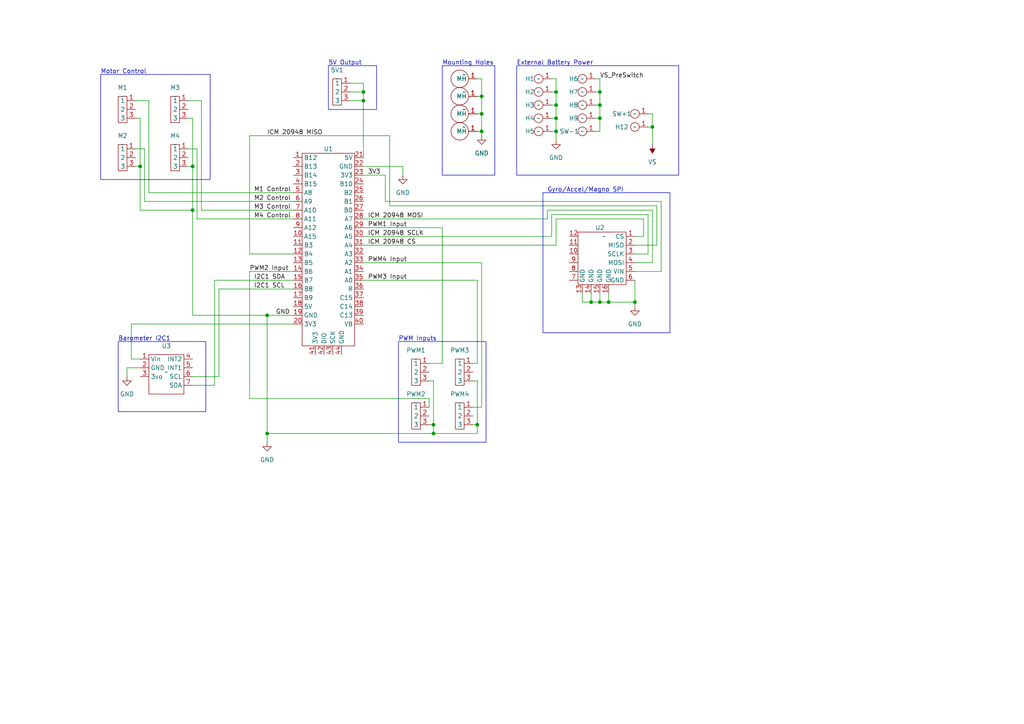
<source format=kicad_sch>
(kicad_sch (version 20230121) (generator eeschema)

  (uuid fac83053-607d-4b1d-9497-e815ff2e1097)

  (paper "A4")

  (lib_symbols
    (symbol "CustomFootprints:ESCMounting" (in_bom yes) (on_board yes)
      (property "Reference" "H" (at 0 2.54 0)
        (effects (font (size 1.27 1.27)))
      )
      (property "Value" "" (at 0 0 0)
        (effects (font (size 1.27 1.27)))
      )
      (property "Footprint" "CustomFootprints:ESCMounting" (at 0 5.08 0)
        (effects (font (size 1.27 1.27)) hide)
      )
      (property "Datasheet" "" (at 0 0 0)
        (effects (font (size 1.27 1.27)) hide)
      )
      (symbol "ESCMounting_0_1"
        (circle (center 0 0) (radius 1.27)
          (stroke (width 0) (type default))
          (fill (type none))
        )
      )
      (symbol "ESCMounting_1_1"
        (pin input line (at 3.81 0 180) (length 2.54)
          (name "" (effects (font (size 1.27 1.27))))
          (number "1" (effects (font (size 1.27 1.27))))
        )
      )
    )
    (symbol "CustomFootprints:Header3x1Spaced2.54mm" (in_bom yes) (on_board yes)
      (property "Reference" "U" (at 0 1.27 0)
        (effects (font (size 1.27 1.27)))
      )
      (property "Value" "" (at 0 0 0)
        (effects (font (size 1.27 1.27)))
      )
      (property "Footprint" "Header3x1Spaced2.54mm" (at 2.54 3.81 0)
        (effects (font (size 1.27 1.27)) hide)
      )
      (property "Datasheet" "" (at 0 0 0)
        (effects (font (size 1.27 1.27)) hide)
      )
      (symbol "Header3x1Spaced2.54mm_0_1"
        (rectangle (start -1.27 0) (end 1.27 -7.62)
          (stroke (width 0) (type default))
          (fill (type none))
        )
      )
      (symbol "Header3x1Spaced2.54mm_1_1"
        (pin input line (at 3.81 -1.27 180) (length 2.54)
          (name "1" (effects (font (size 1.27 1.27))))
          (number "1" (effects (font (size 1.27 1.27))))
        )
        (pin input line (at 3.81 -3.81 180) (length 2.54)
          (name "2" (effects (font (size 1.27 1.27))))
          (number "2" (effects (font (size 1.27 1.27))))
        )
        (pin input line (at 3.81 -6.35 180) (length 2.54)
          (name "3" (effects (font (size 1.27 1.27))))
          (number "3" (effects (font (size 1.27 1.27))))
        )
      )
    )
    (symbol "CustomFootprints:ICM-20948" (in_bom yes) (on_board yes)
      (property "Reference" "U" (at -1.27 2.54 0)
        (effects (font (size 1.27 1.27)))
      )
      (property "Value" "" (at 0 0 0)
        (effects (font (size 1.27 1.27)))
      )
      (property "Footprint" "CustomFootprints:ICM-20948 GyrAccMag" (at 1.27 7.62 0)
        (effects (font (size 1.27 1.27)) hide)
      )
      (property "Datasheet" "" (at 0 0 0)
        (effects (font (size 1.27 1.27)) hide)
      )
      (symbol "ICM-20948_0_1"
        (rectangle (start -7.62 1.27) (end 6.35 -13.97)
          (stroke (width 0) (type default))
          (fill (type none))
        )
      )
      (symbol "ICM-20948_1_1"
        (pin input line (at 8.89 0 180) (length 2.54)
          (name "CS" (effects (font (size 1.27 1.27))))
          (number "1" (effects (font (size 1.27 1.27))))
        )
        (pin input line (at -10.16 -5.08 0) (length 2.54)
          (name "" (effects (font (size 1.27 1.27))))
          (number "10" (effects (font (size 1.27 1.27))))
        )
        (pin input line (at -10.16 -2.54 0) (length 2.54)
          (name "" (effects (font (size 1.27 1.27))))
          (number "11" (effects (font (size 1.27 1.27))))
        )
        (pin input line (at -10.16 0 0) (length 2.54)
          (name "" (effects (font (size 1.27 1.27))))
          (number "12" (effects (font (size 1.27 1.27))))
        )
        (pin input line (at -6.35 -16.51 90) (length 2.54)
          (name "GND" (effects (font (size 1.27 1.27))))
          (number "13" (effects (font (size 1.27 1.27))))
        )
        (pin input line (at -3.81 -16.51 90) (length 2.54)
          (name "GND" (effects (font (size 1.27 1.27))))
          (number "14" (effects (font (size 1.27 1.27))))
        )
        (pin input line (at -1.27 -16.51 90) (length 2.54)
          (name "GND" (effects (font (size 1.27 1.27))))
          (number "15" (effects (font (size 1.27 1.27))))
        )
        (pin input line (at 1.27 -16.51 90) (length 2.54)
          (name "GND" (effects (font (size 1.27 1.27))))
          (number "16" (effects (font (size 1.27 1.27))))
        )
        (pin input line (at 8.89 -2.54 180) (length 2.54)
          (name "MISO" (effects (font (size 1.27 1.27))))
          (number "2" (effects (font (size 1.27 1.27))))
        )
        (pin input line (at 8.89 -5.08 180) (length 2.54)
          (name "SCLK" (effects (font (size 1.27 1.27))))
          (number "3" (effects (font (size 1.27 1.27))))
        )
        (pin input line (at 8.89 -7.62 180) (length 2.54)
          (name "MOSI" (effects (font (size 1.27 1.27))))
          (number "4" (effects (font (size 1.27 1.27))))
        )
        (pin input line (at 8.89 -10.16 180) (length 2.54)
          (name "VIN" (effects (font (size 1.27 1.27))))
          (number "5" (effects (font (size 1.27 1.27))))
        )
        (pin input line (at 8.89 -12.7 180) (length 2.54)
          (name "GND" (effects (font (size 1.27 1.27))))
          (number "6" (effects (font (size 1.27 1.27))))
        )
        (pin input line (at -10.16 -12.7 0) (length 2.54)
          (name "" (effects (font (size 1.27 1.27))))
          (number "7" (effects (font (size 1.27 1.27))))
        )
        (pin input line (at -10.16 -10.16 0) (length 2.54)
          (name "" (effects (font (size 1.27 1.27))))
          (number "8" (effects (font (size 1.27 1.27))))
        )
        (pin input line (at -10.16 -7.62 0) (length 2.54)
          (name "" (effects (font (size 1.27 1.27))))
          (number "9" (effects (font (size 1.27 1.27))))
        )
      )
    )
    (symbol "CustomFootprints:M3Mountinghole" (in_bom yes) (on_board yes)
      (property "Reference" "MH" (at 0 2.54 0)
        (effects (font (size 1.27 1.27)) hide)
      )
      (property "Value" "" (at 0 0 0)
        (effects (font (size 1.27 1.27)))
      )
      (property "Footprint" "CustomFootprints:M3MountingHole" (at 1.27 5.08 0)
        (effects (font (size 1.27 1.27)) hide)
      )
      (property "Datasheet" "" (at 0 0 0)
        (effects (font (size 1.27 1.27)) hide)
      )
      (symbol "M3Mountinghole_0_1"
        (circle (center -1.27 -1.27) (radius 2.54)
          (stroke (width 0) (type default))
          (fill (type none))
        )
      )
      (symbol "M3Mountinghole_1_1"
        (pin input line (at 3.81 -1.27 180) (length 2.54)
          (name "MH" (effects (font (size 1.27 1.27))))
          (number "1" (effects (font (size 1.27 1.27))))
        )
      )
    )
    (symbol "CustomFootprints:MPL3115A2_Barometer" (in_bom yes) (on_board yes)
      (property "Reference" "U" (at 0 6.35 0)
        (effects (font (size 1.27 1.27)))
      )
      (property "Value" "" (at 0 0 0)
        (effects (font (size 1.27 1.27)))
      )
      (property "Footprint" "CustomFootprints:MPL3115A2_Barometer" (at 0 8.89 0)
        (effects (font (size 1.27 1.27)) hide)
      )
      (property "Datasheet" "" (at 0 0 0)
        (effects (font (size 1.27 1.27)) hide)
      )
      (symbol "MPL3115A2_Barometer_0_1"
        (rectangle (start -5.08 5.08) (end 5.08 -6.35)
          (stroke (width 0) (type default))
          (fill (type none))
        )
      )
      (symbol "MPL3115A2_Barometer_1_1"
        (pin input line (at -7.62 3.81 0) (length 2.54)
          (name "Vin" (effects (font (size 1.27 1.27))))
          (number "1" (effects (font (size 1.27 1.27))))
        )
        (pin input line (at -7.62 1.27 0) (length 2.54)
          (name "GND" (effects (font (size 1.27 1.27))))
          (number "2" (effects (font (size 1.27 1.27))))
        )
        (pin input line (at -7.62 -1.27 0) (length 2.54)
          (name "3vo" (effects (font (size 1.27 1.27))))
          (number "3" (effects (font (size 1.27 1.27))))
        )
        (pin input line (at 7.62 3.81 180) (length 2.54)
          (name "INT2" (effects (font (size 1.27 1.27))))
          (number "4" (effects (font (size 1.27 1.27))))
        )
        (pin input line (at 7.62 1.27 180) (length 2.54)
          (name "INT1" (effects (font (size 1.27 1.27))))
          (number "5" (effects (font (size 1.27 1.27))))
        )
        (pin input line (at 7.62 -1.27 180) (length 2.54)
          (name "SCL" (effects (font (size 1.27 1.27))))
          (number "6" (effects (font (size 1.27 1.27))))
        )
        (pin input line (at 7.62 -3.81 180) (length 2.54)
          (name "SDA" (effects (font (size 1.27 1.27))))
          (number "7" (effects (font (size 1.27 1.27))))
        )
      )
    )
    (symbol "CustomFootprints:STM32BlackPill" (in_bom yes) (on_board yes)
      (property "Reference" "U" (at 0 1.27 0)
        (effects (font (size 1.27 1.27)))
      )
      (property "Value" "" (at 0 0 0)
        (effects (font (size 1.27 1.27)))
      )
      (property "Footprint" "STM32BlackPill40Pin" (at 0 2.54 0)
        (effects (font (size 1.27 1.27)) hide)
      )
      (property "Datasheet" "" (at 0 0 0)
        (effects (font (size 1.27 1.27)) hide)
      )
      (symbol "STM32BlackPill_0_1"
        (rectangle (start -7.62 0) (end 7.62 -55.88)
          (stroke (width 0) (type default))
          (fill (type none))
        )
      )
      (symbol "STM32BlackPill_1_1"
        (pin input line (at -10.16 -1.27 0) (length 2.54)
          (name "B12" (effects (font (size 1.27 1.27))))
          (number "1" (effects (font (size 1.27 1.27))))
        )
        (pin input line (at -10.16 -24.13 0) (length 2.54)
          (name "A15" (effects (font (size 1.27 1.27))))
          (number "10" (effects (font (size 1.27 1.27))))
        )
        (pin input line (at -10.16 -26.67 0) (length 2.54)
          (name "B3" (effects (font (size 1.27 1.27))))
          (number "11" (effects (font (size 1.27 1.27))))
        )
        (pin input line (at -10.16 -29.21 0) (length 2.54)
          (name "B4" (effects (font (size 1.27 1.27))))
          (number "12" (effects (font (size 1.27 1.27))))
        )
        (pin input line (at -10.16 -31.75 0) (length 2.54)
          (name "B5" (effects (font (size 1.27 1.27))))
          (number "13" (effects (font (size 1.27 1.27))))
        )
        (pin input line (at -10.16 -34.29 0) (length 2.54)
          (name "B6" (effects (font (size 1.27 1.27))))
          (number "14" (effects (font (size 1.27 1.27))))
        )
        (pin input line (at -10.16 -36.83 0) (length 2.54)
          (name "B7" (effects (font (size 1.27 1.27))))
          (number "15" (effects (font (size 1.27 1.27))))
        )
        (pin input line (at -10.16 -39.37 0) (length 2.54)
          (name "B8" (effects (font (size 1.27 1.27))))
          (number "16" (effects (font (size 1.27 1.27))))
        )
        (pin input line (at -10.16 -41.91 0) (length 2.54)
          (name "B9" (effects (font (size 1.27 1.27))))
          (number "17" (effects (font (size 1.27 1.27))))
        )
        (pin input line (at -10.16 -44.45 0) (length 2.54)
          (name "5V" (effects (font (size 1.27 1.27))))
          (number "18" (effects (font (size 1.27 1.27))))
        )
        (pin input line (at -10.16 -46.99 0) (length 2.54)
          (name "GND" (effects (font (size 1.27 1.27))))
          (number "19" (effects (font (size 1.27 1.27))))
        )
        (pin input line (at -10.16 -3.81 0) (length 2.54)
          (name "B13" (effects (font (size 1.27 1.27))))
          (number "2" (effects (font (size 1.27 1.27))))
        )
        (pin input line (at -10.16 -49.53 0) (length 2.54)
          (name "3V3" (effects (font (size 1.27 1.27))))
          (number "20" (effects (font (size 1.27 1.27))))
        )
        (pin input line (at 10.16 -1.27 180) (length 2.54)
          (name "5V" (effects (font (size 1.27 1.27))))
          (number "21" (effects (font (size 1.27 1.27))))
        )
        (pin input line (at 10.16 -3.81 180) (length 2.54)
          (name "GND" (effects (font (size 1.27 1.27))))
          (number "22" (effects (font (size 1.27 1.27))))
        )
        (pin input line (at 10.16 -6.35 180) (length 2.54)
          (name "3V3" (effects (font (size 1.27 1.27))))
          (number "23" (effects (font (size 1.27 1.27))))
        )
        (pin input line (at 10.16 -8.89 180) (length 2.54)
          (name "B10" (effects (font (size 1.27 1.27))))
          (number "24" (effects (font (size 1.27 1.27))))
        )
        (pin input line (at 10.16 -11.43 180) (length 2.54)
          (name "B2" (effects (font (size 1.27 1.27))))
          (number "25" (effects (font (size 1.27 1.27))))
        )
        (pin input line (at 10.16 -13.97 180) (length 2.54)
          (name "B1" (effects (font (size 1.27 1.27))))
          (number "26" (effects (font (size 1.27 1.27))))
        )
        (pin input line (at 10.16 -16.51 180) (length 2.54)
          (name "B0" (effects (font (size 1.27 1.27))))
          (number "27" (effects (font (size 1.27 1.27))))
        )
        (pin input line (at 10.16 -19.05 180) (length 2.54)
          (name "A7" (effects (font (size 1.27 1.27))))
          (number "28" (effects (font (size 1.27 1.27))))
        )
        (pin input line (at 10.16 -21.59 180) (length 2.54)
          (name "A6" (effects (font (size 1.27 1.27))))
          (number "29" (effects (font (size 1.27 1.27))))
        )
        (pin input line (at -10.16 -6.35 0) (length 2.54)
          (name "B14" (effects (font (size 1.27 1.27))))
          (number "3" (effects (font (size 1.27 1.27))))
        )
        (pin input line (at 10.16 -24.13 180) (length 2.54)
          (name "A5" (effects (font (size 1.27 1.27))))
          (number "30" (effects (font (size 1.27 1.27))))
        )
        (pin input line (at 10.16 -26.67 180) (length 2.54)
          (name "A4" (effects (font (size 1.27 1.27))))
          (number "31" (effects (font (size 1.27 1.27))))
        )
        (pin input line (at 10.16 -29.21 180) (length 2.54)
          (name "A3" (effects (font (size 1.27 1.27))))
          (number "32" (effects (font (size 1.27 1.27))))
        )
        (pin input line (at 10.16 -31.75 180) (length 2.54)
          (name "A2" (effects (font (size 1.27 1.27))))
          (number "33" (effects (font (size 1.27 1.27))))
        )
        (pin input line (at 10.16 -34.29 180) (length 2.54)
          (name "A1" (effects (font (size 1.27 1.27))))
          (number "34" (effects (font (size 1.27 1.27))))
        )
        (pin input line (at 10.16 -36.83 180) (length 2.54)
          (name "A0" (effects (font (size 1.27 1.27))))
          (number "35" (effects (font (size 1.27 1.27))))
        )
        (pin input line (at 10.16 -39.37 180) (length 2.54)
          (name "R" (effects (font (size 1.27 1.27))))
          (number "36" (effects (font (size 1.27 1.27))))
        )
        (pin input line (at 10.16 -41.91 180) (length 2.54)
          (name "C15" (effects (font (size 1.27 1.27))))
          (number "37" (effects (font (size 1.27 1.27))))
        )
        (pin input line (at 10.16 -44.45 180) (length 2.54)
          (name "C14" (effects (font (size 1.27 1.27))))
          (number "38" (effects (font (size 1.27 1.27))))
        )
        (pin input line (at 10.16 -46.99 180) (length 2.54)
          (name "C13" (effects (font (size 1.27 1.27))))
          (number "39" (effects (font (size 1.27 1.27))))
        )
        (pin input line (at -10.16 -8.89 0) (length 2.54)
          (name "B15" (effects (font (size 1.27 1.27))))
          (number "4" (effects (font (size 1.27 1.27))))
        )
        (pin input line (at 10.16 -49.53 180) (length 2.54)
          (name "VB" (effects (font (size 1.27 1.27))))
          (number "40" (effects (font (size 1.27 1.27))))
        )
        (pin input line (at -3.81 -58.42 90) (length 2.54)
          (name "3V3" (effects (font (size 1.27 1.27))))
          (number "41" (effects (font (size 1.27 1.27))))
        )
        (pin input line (at -1.27 -58.42 90) (length 2.54)
          (name "DIO" (effects (font (size 1.27 1.27))))
          (number "42" (effects (font (size 1.27 1.27))))
        )
        (pin input line (at 1.27 -58.42 90) (length 2.54)
          (name "SCK" (effects (font (size 1.27 1.27))))
          (number "43" (effects (font (size 1.27 1.27))))
        )
        (pin input line (at 3.81 -58.42 90) (length 2.54)
          (name "GND" (effects (font (size 1.27 1.27))))
          (number "44" (effects (font (size 1.27 1.27))))
        )
        (pin input line (at -10.16 -11.43 0) (length 2.54)
          (name "A8" (effects (font (size 1.27 1.27))))
          (number "5" (effects (font (size 1.27 1.27))))
        )
        (pin input line (at -10.16 -13.97 0) (length 2.54)
          (name "A9" (effects (font (size 1.27 1.27))))
          (number "6" (effects (font (size 1.27 1.27))))
        )
        (pin input line (at -10.16 -16.51 0) (length 2.54)
          (name "A10" (effects (font (size 1.27 1.27))))
          (number "7" (effects (font (size 1.27 1.27))))
        )
        (pin input line (at -10.16 -19.05 0) (length 2.54)
          (name "A11" (effects (font (size 1.27 1.27))))
          (number "8" (effects (font (size 1.27 1.27))))
        )
        (pin input line (at -10.16 -21.59 0) (length 2.54)
          (name "A12" (effects (font (size 1.27 1.27))))
          (number "9" (effects (font (size 1.27 1.27))))
        )
      )
    )
    (symbol "power:GND" (power) (pin_names (offset 0)) (in_bom yes) (on_board yes)
      (property "Reference" "#PWR" (at 0 -6.35 0)
        (effects (font (size 1.27 1.27)) hide)
      )
      (property "Value" "GND" (at 0 -3.81 0)
        (effects (font (size 1.27 1.27)))
      )
      (property "Footprint" "" (at 0 0 0)
        (effects (font (size 1.27 1.27)) hide)
      )
      (property "Datasheet" "" (at 0 0 0)
        (effects (font (size 1.27 1.27)) hide)
      )
      (property "ki_keywords" "global power" (at 0 0 0)
        (effects (font (size 1.27 1.27)) hide)
      )
      (property "ki_description" "Power symbol creates a global label with name \"GND\" , ground" (at 0 0 0)
        (effects (font (size 1.27 1.27)) hide)
      )
      (symbol "GND_0_1"
        (polyline
          (pts
            (xy 0 0)
            (xy 0 -1.27)
            (xy 1.27 -1.27)
            (xy 0 -2.54)
            (xy -1.27 -1.27)
            (xy 0 -1.27)
          )
          (stroke (width 0) (type default))
          (fill (type none))
        )
      )
      (symbol "GND_1_1"
        (pin power_in line (at 0 0 270) (length 0) hide
          (name "GND" (effects (font (size 1.27 1.27))))
          (number "1" (effects (font (size 1.27 1.27))))
        )
      )
    )
    (symbol "power:VS" (power) (pin_names (offset 0)) (in_bom yes) (on_board yes)
      (property "Reference" "#PWR" (at -5.08 -3.81 0)
        (effects (font (size 1.27 1.27)) hide)
      )
      (property "Value" "VS" (at 0 3.81 0)
        (effects (font (size 1.27 1.27)))
      )
      (property "Footprint" "" (at 0 0 0)
        (effects (font (size 1.27 1.27)) hide)
      )
      (property "Datasheet" "" (at 0 0 0)
        (effects (font (size 1.27 1.27)) hide)
      )
      (property "ki_keywords" "global power" (at 0 0 0)
        (effects (font (size 1.27 1.27)) hide)
      )
      (property "ki_description" "Power symbol creates a global label with name \"VS\"" (at 0 0 0)
        (effects (font (size 1.27 1.27)) hide)
      )
      (symbol "VS_0_1"
        (polyline
          (pts
            (xy 0 0)
            (xy 0 2.54)
          )
          (stroke (width 0) (type default))
          (fill (type none))
        )
        (polyline
          (pts
            (xy 0.762 1.27)
            (xy -0.762 1.27)
            (xy 0 2.54)
            (xy 0.762 1.27)
          )
          (stroke (width 0) (type default))
          (fill (type outline))
        )
      )
      (symbol "VS_1_1"
        (pin power_in line (at 0 0 90) (length 0) hide
          (name "VS" (effects (font (size 1.27 1.27))))
          (number "1" (effects (font (size 1.27 1.27))))
        )
      )
    )
  )

  (junction (at 173.99 30.48) (diameter 0) (color 0 0 0 0)
    (uuid 0edf04a3-40df-44ab-989e-77d16b4fa582)
  )
  (junction (at 125.73 123.19) (diameter 0) (color 0 0 0 0)
    (uuid 25b7ba26-864f-4596-97bc-56262302a2f3)
  )
  (junction (at 55.88 48.26) (diameter 0) (color 0 0 0 0)
    (uuid 26eceed0-fdbc-4470-b99d-281d2649f51a)
  )
  (junction (at 77.47 125.73) (diameter 0) (color 0 0 0 0)
    (uuid 275e15f8-800c-45e9-a967-8ffdadcae059)
  )
  (junction (at 161.29 30.48) (diameter 0) (color 0 0 0 0)
    (uuid 324ef3a7-e317-46a9-8013-9846f1e71ab5)
  )
  (junction (at 161.29 34.29) (diameter 0) (color 0 0 0 0)
    (uuid 4ad76ab5-af0a-497f-9c4e-1beae15cabf0)
  )
  (junction (at 139.7 33.02) (diameter 0) (color 0 0 0 0)
    (uuid 4b525760-31ec-45b9-b1c8-5138ce8cac6e)
  )
  (junction (at 125.73 125.73) (diameter 0) (color 0 0 0 0)
    (uuid 57e9d7a8-b014-4384-b6d3-e4d9f4195ba1)
  )
  (junction (at 176.53 87.63) (diameter 0) (color 0 0 0 0)
    (uuid 67ace402-edf7-4146-8215-1d6ac6c88c41)
  )
  (junction (at 139.7 27.94) (diameter 0) (color 0 0 0 0)
    (uuid 7a5040dc-75e8-46a0-a944-1ff255273cf1)
  )
  (junction (at 161.29 38.1) (diameter 0) (color 0 0 0 0)
    (uuid 7fde6aba-2fd1-4f36-a3ee-78c3d9810dc2)
  )
  (junction (at 184.15 87.63) (diameter 0) (color 0 0 0 0)
    (uuid 80489cea-fad4-4f9c-bef3-addb318c0ab6)
  )
  (junction (at 171.45 87.63) (diameter 0) (color 0 0 0 0)
    (uuid 821b2dfc-133b-4a87-836f-af964035a19d)
  )
  (junction (at 138.43 123.19) (diameter 0) (color 0 0 0 0)
    (uuid 8dec2cae-b54e-4926-9a54-58765d105065)
  )
  (junction (at 189.23 36.83) (diameter 0) (color 0 0 0 0)
    (uuid 9b295f5f-0cc9-45d8-8f10-a95427c4c930)
  )
  (junction (at 55.88 60.96) (diameter 0) (color 0 0 0 0)
    (uuid a1dbcd3f-ddd3-40c5-b583-81d7eb6cdbe8)
  )
  (junction (at 139.7 38.1) (diameter 0) (color 0 0 0 0)
    (uuid a855cfa9-0697-46bc-93dc-45ad4b2d9f82)
  )
  (junction (at 105.41 26.67) (diameter 0) (color 0 0 0 0)
    (uuid b080f735-f0b7-4da4-89e8-49228fd89bdb)
  )
  (junction (at 173.99 26.67) (diameter 0) (color 0 0 0 0)
    (uuid cc807f51-5ca5-4ac7-adf9-f950985ba642)
  )
  (junction (at 40.64 48.26) (diameter 0) (color 0 0 0 0)
    (uuid cd502304-54db-4cb5-b0d9-fd33d6be00cf)
  )
  (junction (at 173.99 34.29) (diameter 0) (color 0 0 0 0)
    (uuid d119912c-4faf-43ff-8653-90f84a396cc8)
  )
  (junction (at 77.47 91.44) (diameter 0) (color 0 0 0 0)
    (uuid d5cf7482-6768-4fb3-8c67-1cda6316b78f)
  )
  (junction (at 161.29 26.67) (diameter 0) (color 0 0 0 0)
    (uuid d67056b7-259f-49d0-8f0b-d61e2aed8238)
  )
  (junction (at 173.99 87.63) (diameter 0) (color 0 0 0 0)
    (uuid e67f5b12-fcfb-4a6c-b95f-90787e56a37e)
  )
  (junction (at 105.41 29.21) (diameter 0) (color 0 0 0 0)
    (uuid e78e58aa-456b-41e7-aa66-e8a281bcef9c)
  )

  (wire (pts (xy 38.1 93.98) (xy 85.09 93.98))
    (stroke (width 0) (type default))
    (uuid 02742f7f-3ab8-4474-913f-9c94a589641f)
  )
  (wire (pts (xy 105.41 76.2) (xy 139.7 76.2))
    (stroke (width 0) (type default))
    (uuid 0424fa91-9444-475a-a104-3ffa3b2092b2)
  )
  (wire (pts (xy 189.23 76.2) (xy 184.15 76.2))
    (stroke (width 0) (type default))
    (uuid 04fd5c03-0353-4588-85e9-289d31d6f274)
  )
  (wire (pts (xy 189.23 33.02) (xy 189.23 36.83))
    (stroke (width 0) (type default))
    (uuid 0541e6b3-b5e9-4f70-a851-1d253e5203d4)
  )
  (wire (pts (xy 139.7 27.94) (xy 139.7 33.02))
    (stroke (width 0) (type default))
    (uuid 05da1f20-be60-40a0-adcc-ca53b9a58347)
  )
  (wire (pts (xy 139.7 22.86) (xy 139.7 27.94))
    (stroke (width 0) (type default))
    (uuid 0838bc2c-3c69-4d40-8d11-cda2e9626e90)
  )
  (wire (pts (xy 58.42 60.96) (xy 85.09 60.96))
    (stroke (width 0) (type default))
    (uuid 0897a7e6-2150-45b0-9194-1e76b215299e)
  )
  (wire (pts (xy 176.53 87.63) (xy 184.15 87.63))
    (stroke (width 0) (type default))
    (uuid 097f37e6-3e66-4bb0-bd63-022cd292569f)
  )
  (wire (pts (xy 176.53 85.09) (xy 176.53 87.63))
    (stroke (width 0) (type default))
    (uuid 0ad3ba82-661a-4854-b80a-664bcd7d1afb)
  )
  (wire (pts (xy 160.02 30.48) (xy 161.29 30.48))
    (stroke (width 0) (type default))
    (uuid 0dc70460-a347-4d30-847a-d07b0ec3797c)
  )
  (wire (pts (xy 138.43 27.94) (xy 139.7 27.94))
    (stroke (width 0) (type default))
    (uuid 122928ce-2f0a-4be7-abe8-d6fc8be53c67)
  )
  (wire (pts (xy 63.5 83.82) (xy 63.5 109.22))
    (stroke (width 0) (type default))
    (uuid 148946a7-5db4-43fa-8a24-3b6ed31c1078)
  )
  (wire (pts (xy 161.29 38.1) (xy 161.29 40.64))
    (stroke (width 0) (type default))
    (uuid 195de8f3-49b2-4082-a307-fdc62c3a3f59)
  )
  (wire (pts (xy 105.41 26.67) (xy 105.41 24.13))
    (stroke (width 0) (type default))
    (uuid 1a576d89-62f3-44db-a5b7-50d00298e327)
  )
  (wire (pts (xy 72.39 78.74) (xy 85.09 78.74))
    (stroke (width 0) (type default))
    (uuid 1c479bf3-7886-4d1e-8c24-ea886b79ad0b)
  )
  (wire (pts (xy 161.29 63.5) (xy 186.69 63.5))
    (stroke (width 0) (type default))
    (uuid 1fafe8d1-bfb3-4df9-8ae9-51516c814e4c)
  )
  (wire (pts (xy 105.41 63.5) (xy 158.75 63.5))
    (stroke (width 0) (type default))
    (uuid 20a17cb8-0e08-46be-bff6-786177673f0d)
  )
  (wire (pts (xy 186.69 63.5) (xy 186.69 68.58))
    (stroke (width 0) (type default))
    (uuid 215a7fb4-cef3-4798-b6f3-c8e1d2d4c297)
  )
  (wire (pts (xy 105.41 45.72) (xy 105.41 29.21))
    (stroke (width 0) (type default))
    (uuid 2313ba04-7dcf-4975-9fa6-bfb764fdf682)
  )
  (wire (pts (xy 138.43 81.28) (xy 138.43 105.41))
    (stroke (width 0) (type default))
    (uuid 237a9701-74d8-40ff-ae6a-fffc8ce741be)
  )
  (wire (pts (xy 62.23 111.76) (xy 55.88 111.76))
    (stroke (width 0) (type default))
    (uuid 24de25cc-1ec6-4e4f-9a96-9262f584cc7d)
  )
  (wire (pts (xy 43.18 29.21) (xy 39.37 29.21))
    (stroke (width 0) (type default))
    (uuid 27b368ae-6c17-445c-a53a-5a64e42425aa)
  )
  (wire (pts (xy 105.41 81.28) (xy 138.43 81.28))
    (stroke (width 0) (type default))
    (uuid 27c618d8-34a7-4740-a66c-ff633f2d35cc)
  )
  (wire (pts (xy 125.73 123.19) (xy 125.73 125.73))
    (stroke (width 0) (type default))
    (uuid 2c0fa14f-bf8b-4ac6-883b-1c78f918f0f3)
  )
  (wire (pts (xy 161.29 22.86) (xy 160.02 22.86))
    (stroke (width 0) (type default))
    (uuid 2c662d2d-caf5-41e4-9da1-2e33a3d8d20d)
  )
  (wire (pts (xy 72.39 73.66) (xy 72.39 39.37))
    (stroke (width 0) (type default))
    (uuid 2df788e7-0c36-4807-bbe2-9004151a492d)
  )
  (wire (pts (xy 186.69 68.58) (xy 184.15 68.58))
    (stroke (width 0) (type default))
    (uuid 307a48e5-5b18-4f2e-a4ee-c28d8ea2ac46)
  )
  (wire (pts (xy 139.7 38.1) (xy 139.7 39.37))
    (stroke (width 0) (type default))
    (uuid 32a2f06d-7140-42db-bdfe-ed8b9db54173)
  )
  (wire (pts (xy 77.47 91.44) (xy 77.47 125.73))
    (stroke (width 0) (type default))
    (uuid 399e600f-d7c7-4e62-8804-16974a8ecf9a)
  )
  (wire (pts (xy 171.45 87.63) (xy 173.99 87.63))
    (stroke (width 0) (type default))
    (uuid 3caed408-7da4-4c20-a77d-40fbcb969c84)
  )
  (wire (pts (xy 161.29 26.67) (xy 161.29 30.48))
    (stroke (width 0) (type default))
    (uuid 3e19dfb5-765a-4ebd-b438-38a595223fd8)
  )
  (wire (pts (xy 55.88 60.96) (xy 40.64 60.96))
    (stroke (width 0) (type default))
    (uuid 43160642-35b7-47c7-ba48-b7016f3c69eb)
  )
  (wire (pts (xy 128.27 66.04) (xy 128.27 105.41))
    (stroke (width 0) (type default))
    (uuid 445e14e3-540b-4919-93a1-d75e934fbfa0)
  )
  (wire (pts (xy 189.23 36.83) (xy 189.23 41.91))
    (stroke (width 0) (type default))
    (uuid 446d9015-9de2-4d4a-a8c0-0c8386b62215)
  )
  (wire (pts (xy 191.77 78.74) (xy 184.15 78.74))
    (stroke (width 0) (type default))
    (uuid 481c759f-7621-4adf-9638-574aea77d98f)
  )
  (wire (pts (xy 72.39 78.74) (xy 72.39 115.57))
    (stroke (width 0) (type default))
    (uuid 4b014a03-91b9-4b95-9136-cf59dc65b527)
  )
  (wire (pts (xy 173.99 30.48) (xy 173.99 34.29))
    (stroke (width 0) (type default))
    (uuid 4e548015-e4a6-4d88-8719-e8b62ff26559)
  )
  (wire (pts (xy 168.91 87.63) (xy 171.45 87.63))
    (stroke (width 0) (type default))
    (uuid 525283cb-fe64-4705-aa72-bad7cc769239)
  )
  (wire (pts (xy 105.41 68.58) (xy 160.02 68.58))
    (stroke (width 0) (type default))
    (uuid 53c259e3-00d5-49ac-b393-6086a8f1fdfc)
  )
  (wire (pts (xy 57.15 43.18) (xy 54.61 43.18))
    (stroke (width 0) (type default))
    (uuid 58e8e3c0-64c4-4e99-ba51-5a942792659a)
  )
  (wire (pts (xy 105.41 24.13) (xy 101.6 24.13))
    (stroke (width 0) (type default))
    (uuid 59196525-b609-4edd-b161-25bda3dca698)
  )
  (wire (pts (xy 139.7 33.02) (xy 139.7 38.1))
    (stroke (width 0) (type default))
    (uuid 61540f40-0d48-4dcd-9d3e-f72159e3f011)
  )
  (wire (pts (xy 55.88 60.96) (xy 55.88 91.44))
    (stroke (width 0) (type default))
    (uuid 617bd127-93e1-41fe-bad5-a76744f98813)
  )
  (wire (pts (xy 137.16 123.19) (xy 138.43 123.19))
    (stroke (width 0) (type default))
    (uuid 61d82b32-f56c-43ae-a177-7f76c18d17ae)
  )
  (wire (pts (xy 138.43 105.41) (xy 137.16 105.41))
    (stroke (width 0) (type default))
    (uuid 6562d29a-8785-4cfa-99c7-938c7fb18ea9)
  )
  (wire (pts (xy 41.91 58.42) (xy 41.91 43.18))
    (stroke (width 0) (type default))
    (uuid 6651647d-5469-4e17-873f-5816954a73a0)
  )
  (wire (pts (xy 111.76 50.8) (xy 111.76 58.42))
    (stroke (width 0) (type default))
    (uuid 67d3f527-b337-428b-aa63-8bcbe43444fb)
  )
  (wire (pts (xy 168.91 85.09) (xy 168.91 87.63))
    (stroke (width 0) (type default))
    (uuid 67d77720-2480-4aaf-b5e1-83cd00197fcb)
  )
  (wire (pts (xy 105.41 66.04) (xy 128.27 66.04))
    (stroke (width 0) (type default))
    (uuid 6942e3e3-63d6-4434-bde2-0faeb7ce64b1)
  )
  (wire (pts (xy 43.18 55.88) (xy 43.18 29.21))
    (stroke (width 0) (type default))
    (uuid 69c596f8-29c2-429a-b084-b114a50a8992)
  )
  (wire (pts (xy 138.43 123.19) (xy 138.43 110.49))
    (stroke (width 0) (type default))
    (uuid 6b5433a2-05c6-4132-a640-3bf4f87b8b36)
  )
  (wire (pts (xy 128.27 105.41) (xy 124.46 105.41))
    (stroke (width 0) (type default))
    (uuid 70bb826b-e45f-40f1-a998-8384f5bf31d5)
  )
  (wire (pts (xy 173.99 22.86) (xy 172.72 22.86))
    (stroke (width 0) (type default))
    (uuid 71da0557-d3ac-46f6-94b1-5562f828d7aa)
  )
  (wire (pts (xy 63.5 109.22) (xy 55.88 109.22))
    (stroke (width 0) (type default))
    (uuid 7270f416-2241-4706-96da-594386329d5c)
  )
  (wire (pts (xy 124.46 115.57) (xy 124.46 118.11))
    (stroke (width 0) (type default))
    (uuid 743e1478-657c-4af0-af80-f7ff8157461e)
  )
  (wire (pts (xy 77.47 125.73) (xy 77.47 128.27))
    (stroke (width 0) (type default))
    (uuid 750db3ce-ab55-49ed-a9a5-a0a4a642a4d6)
  )
  (wire (pts (xy 189.23 60.96) (xy 189.23 76.2))
    (stroke (width 0) (type default))
    (uuid 75d51369-20be-4252-b0d3-7126ac962f08)
  )
  (wire (pts (xy 58.42 29.21) (xy 54.61 29.21))
    (stroke (width 0) (type default))
    (uuid 78038e3a-faa4-491e-a0e5-b33dc0e8bd5f)
  )
  (wire (pts (xy 184.15 81.28) (xy 184.15 87.63))
    (stroke (width 0) (type default))
    (uuid 7962d1d0-7517-466f-b75a-7d833fca4e1b)
  )
  (wire (pts (xy 72.39 39.37) (xy 113.03 39.37))
    (stroke (width 0) (type default))
    (uuid 797d3ce6-2950-411d-b7e5-66a3c137a706)
  )
  (wire (pts (xy 105.41 50.8) (xy 111.76 50.8))
    (stroke (width 0) (type default))
    (uuid 7a1fa2f1-d426-4e0a-8001-3de1bb2ba590)
  )
  (wire (pts (xy 172.72 34.29) (xy 173.99 34.29))
    (stroke (width 0) (type default))
    (uuid 7bdfe740-0da6-4488-9224-ce2a5ab12dd0)
  )
  (wire (pts (xy 125.73 110.49) (xy 125.73 123.19))
    (stroke (width 0) (type default))
    (uuid 7cec59c1-932d-419b-8cf2-003a59acfce6)
  )
  (wire (pts (xy 171.45 85.09) (xy 171.45 87.63))
    (stroke (width 0) (type default))
    (uuid 7ded1c81-e87b-4b3a-b3c7-0d662900f74a)
  )
  (wire (pts (xy 85.09 83.82) (xy 63.5 83.82))
    (stroke (width 0) (type default))
    (uuid 83e04223-6b97-4032-955b-c9d7b509c030)
  )
  (wire (pts (xy 191.77 58.42) (xy 191.77 78.74))
    (stroke (width 0) (type default))
    (uuid 86f2999f-411e-41fd-8539-bfb05565f979)
  )
  (wire (pts (xy 77.47 125.73) (xy 125.73 125.73))
    (stroke (width 0) (type default))
    (uuid 87b78dae-90a9-4b32-b569-662b2fb1fbef)
  )
  (wire (pts (xy 105.41 48.26) (xy 116.84 48.26))
    (stroke (width 0) (type default))
    (uuid 890d4b25-5d7b-474c-b18c-43c78a66b3c9)
  )
  (wire (pts (xy 41.91 58.42) (xy 85.09 58.42))
    (stroke (width 0) (type default))
    (uuid 8ae70fea-6f71-4dd5-9249-23c41476bb86)
  )
  (wire (pts (xy 187.96 62.23) (xy 187.96 73.66))
    (stroke (width 0) (type default))
    (uuid 8c61da1a-ea90-4719-82a7-4ff89dc143f8)
  )
  (wire (pts (xy 173.99 30.48) (xy 173.99 26.67))
    (stroke (width 0) (type default))
    (uuid 8ca9c9bc-15cf-4ee3-ad3e-99313336daa7)
  )
  (wire (pts (xy 187.96 73.66) (xy 184.15 73.66))
    (stroke (width 0) (type default))
    (uuid 8cf51b47-e83f-40eb-bb36-70b20621ecbc)
  )
  (wire (pts (xy 158.75 63.5) (xy 158.75 60.96))
    (stroke (width 0) (type default))
    (uuid 9094cae7-e676-45c9-9249-012a8c0391bb)
  )
  (wire (pts (xy 161.29 71.12) (xy 161.29 63.5))
    (stroke (width 0) (type default))
    (uuid 924a4011-e018-4d6c-9a1a-2cfaffe445de)
  )
  (wire (pts (xy 40.64 48.26) (xy 40.64 60.96))
    (stroke (width 0) (type default))
    (uuid 935cd248-ffab-4873-a9af-42e59c093cfe)
  )
  (wire (pts (xy 55.88 91.44) (xy 77.47 91.44))
    (stroke (width 0) (type default))
    (uuid 945a4681-f936-4c7e-8cd6-eab4a6afa589)
  )
  (wire (pts (xy 187.96 33.02) (xy 189.23 33.02))
    (stroke (width 0) (type default))
    (uuid 9691d5f1-7c60-42bf-a75e-302f108fb9d0)
  )
  (wire (pts (xy 40.64 34.29) (xy 40.64 48.26))
    (stroke (width 0) (type default))
    (uuid 9874c0ef-5749-4b91-ba1a-119551cfb0d0)
  )
  (wire (pts (xy 172.72 30.48) (xy 173.99 30.48))
    (stroke (width 0) (type default))
    (uuid 99a2168e-0434-4a7f-966b-47bb997b9724)
  )
  (wire (pts (xy 160.02 68.58) (xy 160.02 62.23))
    (stroke (width 0) (type default))
    (uuid a23f02f2-3227-4a7c-95a8-7af9b3c30ac8)
  )
  (wire (pts (xy 184.15 87.63) (xy 184.15 88.9))
    (stroke (width 0) (type default))
    (uuid a267883f-8cab-4fb3-ad38-c6f8cd344aa3)
  )
  (wire (pts (xy 160.02 38.1) (xy 161.29 38.1))
    (stroke (width 0) (type default))
    (uuid a314d380-bc82-4af9-ac81-5314f8e0d12c)
  )
  (wire (pts (xy 62.23 81.28) (xy 62.23 111.76))
    (stroke (width 0) (type default))
    (uuid a4efdda8-d0a2-4bea-a61f-4aaee226d6e2)
  )
  (wire (pts (xy 173.99 26.67) (xy 173.99 22.86))
    (stroke (width 0) (type default))
    (uuid a87dbb81-9baf-436c-baba-1c2e539b0e86)
  )
  (wire (pts (xy 116.84 50.8) (xy 116.84 48.26))
    (stroke (width 0) (type default))
    (uuid a8853ad7-9ead-491c-97d8-ef0546d5150b)
  )
  (wire (pts (xy 40.64 104.14) (xy 38.1 104.14))
    (stroke (width 0) (type default))
    (uuid a8935b71-aec1-49b2-a107-b677ad8abed5)
  )
  (wire (pts (xy 54.61 34.29) (xy 55.88 34.29))
    (stroke (width 0) (type default))
    (uuid ac338f96-e594-443f-91c8-5cdaf8245a2f)
  )
  (wire (pts (xy 161.29 22.86) (xy 161.29 26.67))
    (stroke (width 0) (type default))
    (uuid ad9c0458-fd13-4ea3-8e61-8e052f998ebf)
  )
  (wire (pts (xy 190.5 59.69) (xy 190.5 71.12))
    (stroke (width 0) (type default))
    (uuid ae3ba6d3-4af9-4777-9c69-18915c9c4a9d)
  )
  (wire (pts (xy 39.37 34.29) (xy 40.64 34.29))
    (stroke (width 0) (type default))
    (uuid b172888d-f327-4a55-ad6b-6746706f537d)
  )
  (wire (pts (xy 172.72 26.67) (xy 173.99 26.67))
    (stroke (width 0) (type default))
    (uuid b51f3595-7a96-4a1d-bc04-be1db3e66c78)
  )
  (wire (pts (xy 105.41 71.12) (xy 161.29 71.12))
    (stroke (width 0) (type default))
    (uuid b6c51d45-aaa9-4336-a14b-d20cf54b80ad)
  )
  (wire (pts (xy 40.64 106.68) (xy 36.83 106.68))
    (stroke (width 0) (type default))
    (uuid b75d15e3-db46-44e0-a6b4-6744608f2165)
  )
  (wire (pts (xy 139.7 118.11) (xy 137.16 118.11))
    (stroke (width 0) (type default))
    (uuid b93481fa-2278-4d34-87bc-b26137adb03f)
  )
  (wire (pts (xy 160.02 26.67) (xy 161.29 26.67))
    (stroke (width 0) (type default))
    (uuid b9da969c-6e7a-4965-9621-0ba5cbb86a7b)
  )
  (wire (pts (xy 138.43 33.02) (xy 139.7 33.02))
    (stroke (width 0) (type default))
    (uuid b9f8bf46-a942-4311-b74c-ffeaad8ef2b3)
  )
  (wire (pts (xy 85.09 73.66) (xy 72.39 73.66))
    (stroke (width 0) (type default))
    (uuid ba219b6b-3923-4435-858c-23ed375e49d6)
  )
  (wire (pts (xy 125.73 125.73) (xy 138.43 125.73))
    (stroke (width 0) (type default))
    (uuid bda295df-7cfb-4d1c-8109-0015b94eee9b)
  )
  (wire (pts (xy 173.99 38.1) (xy 173.99 34.29))
    (stroke (width 0) (type default))
    (uuid c71954dc-e513-4caf-91ea-866ff9e7defa)
  )
  (wire (pts (xy 161.29 30.48) (xy 161.29 34.29))
    (stroke (width 0) (type default))
    (uuid c7973193-5ada-4282-8923-05f9bf7ff558)
  )
  (wire (pts (xy 139.7 22.86) (xy 138.43 22.86))
    (stroke (width 0) (type default))
    (uuid c870ac46-119b-47c6-8631-9c3d01da170b)
  )
  (wire (pts (xy 85.09 81.28) (xy 62.23 81.28))
    (stroke (width 0) (type default))
    (uuid c8a76540-bb12-49be-96e7-ec7a04c4038a)
  )
  (wire (pts (xy 160.02 34.29) (xy 161.29 34.29))
    (stroke (width 0) (type default))
    (uuid cca76e0e-7d43-4b0a-90ad-db18ed28ef46)
  )
  (wire (pts (xy 105.41 29.21) (xy 105.41 26.67))
    (stroke (width 0) (type default))
    (uuid cce0bfa7-d3a2-4b6d-b3a6-e049e17ab1a5)
  )
  (wire (pts (xy 54.61 48.26) (xy 55.88 48.26))
    (stroke (width 0) (type default))
    (uuid cf7c5367-d69c-4477-87b8-d44e601df145)
  )
  (wire (pts (xy 138.43 110.49) (xy 137.16 110.49))
    (stroke (width 0) (type default))
    (uuid cfb81e78-4de1-4407-8e45-734e66e68f2b)
  )
  (wire (pts (xy 58.42 60.96) (xy 58.42 29.21))
    (stroke (width 0) (type default))
    (uuid d0b5a55a-81c9-4555-b6cc-6396806ec948)
  )
  (wire (pts (xy 101.6 29.21) (xy 105.41 29.21))
    (stroke (width 0) (type default))
    (uuid d18d8fae-4394-402e-aecb-d2591e579fc4)
  )
  (wire (pts (xy 43.18 55.88) (xy 85.09 55.88))
    (stroke (width 0) (type default))
    (uuid d42eee9d-7e89-4ef7-8251-800d3d0b65f5)
  )
  (wire (pts (xy 124.46 110.49) (xy 125.73 110.49))
    (stroke (width 0) (type default))
    (uuid d6f09726-a0f0-4079-8214-c8e28d3bc307)
  )
  (wire (pts (xy 57.15 63.5) (xy 85.09 63.5))
    (stroke (width 0) (type default))
    (uuid d90e7a2e-3214-4b99-bd47-42da47686c38)
  )
  (wire (pts (xy 55.88 34.29) (xy 55.88 48.26))
    (stroke (width 0) (type default))
    (uuid da273e93-3bcb-4e22-bd39-11d582fa652e)
  )
  (wire (pts (xy 190.5 71.12) (xy 184.15 71.12))
    (stroke (width 0) (type default))
    (uuid db0375c4-2450-425b-98d9-2d487fa1d54d)
  )
  (wire (pts (xy 101.6 26.67) (xy 105.41 26.67))
    (stroke (width 0) (type default))
    (uuid db3b800e-046d-4518-b1df-dcd53288e832)
  )
  (wire (pts (xy 38.1 104.14) (xy 38.1 93.98))
    (stroke (width 0) (type default))
    (uuid dc9257b7-cc49-403a-99d0-95d6900f25d5)
  )
  (wire (pts (xy 41.91 43.18) (xy 39.37 43.18))
    (stroke (width 0) (type default))
    (uuid e03335c3-fd52-448f-aa64-a6af272d9e56)
  )
  (wire (pts (xy 113.03 59.69) (xy 190.5 59.69))
    (stroke (width 0) (type default))
    (uuid e2097f96-2e5d-493a-b309-f436e82ccced)
  )
  (wire (pts (xy 55.88 48.26) (xy 55.88 60.96))
    (stroke (width 0) (type default))
    (uuid e20db3f3-37a4-4bcf-a43b-b9e96a394079)
  )
  (wire (pts (xy 111.76 58.42) (xy 191.77 58.42))
    (stroke (width 0) (type default))
    (uuid e26ff433-0814-4d1c-a294-62030fb0407c)
  )
  (wire (pts (xy 72.39 115.57) (xy 124.46 115.57))
    (stroke (width 0) (type default))
    (uuid e48f304b-14f9-481c-a2fe-d39f50b8f8f4)
  )
  (wire (pts (xy 39.37 48.26) (xy 40.64 48.26))
    (stroke (width 0) (type default))
    (uuid e56430e2-2bb5-4c0d-992b-8ae13e51008b)
  )
  (wire (pts (xy 124.46 123.19) (xy 125.73 123.19))
    (stroke (width 0) (type default))
    (uuid eab01018-321a-41d3-b983-bb4024227663)
  )
  (wire (pts (xy 57.15 63.5) (xy 57.15 43.18))
    (stroke (width 0) (type default))
    (uuid ebb9ad07-905d-46e3-8ef8-778b3c0c1062)
  )
  (wire (pts (xy 138.43 125.73) (xy 138.43 123.19))
    (stroke (width 0) (type default))
    (uuid ec8b1fda-2d22-44fc-9962-aabaaf80f487)
  )
  (wire (pts (xy 158.75 60.96) (xy 189.23 60.96))
    (stroke (width 0) (type default))
    (uuid ec8e5648-d295-4c4b-a3dd-282fc6bdfade)
  )
  (wire (pts (xy 36.83 106.68) (xy 36.83 109.22))
    (stroke (width 0) (type default))
    (uuid eccd045a-2aed-412b-a2da-b1110f488ce0)
  )
  (wire (pts (xy 113.03 39.37) (xy 113.03 59.69))
    (stroke (width 0) (type default))
    (uuid f4f516fa-dfd9-47b3-a17b-bf057fa20e56)
  )
  (wire (pts (xy 172.72 38.1) (xy 173.99 38.1))
    (stroke (width 0) (type default))
    (uuid f6b46682-3d19-4c00-8851-f982102b474c)
  )
  (wire (pts (xy 173.99 85.09) (xy 173.99 87.63))
    (stroke (width 0) (type default))
    (uuid f7c1c2ae-3ebf-4259-91b7-56569ff5691c)
  )
  (wire (pts (xy 138.43 38.1) (xy 139.7 38.1))
    (stroke (width 0) (type default))
    (uuid f84d0848-a86b-49d7-b193-8beb07a6e22d)
  )
  (wire (pts (xy 187.96 36.83) (xy 189.23 36.83))
    (stroke (width 0) (type default))
    (uuid fa9ea720-d9eb-45a1-ac28-ec20c47c2b6b)
  )
  (wire (pts (xy 160.02 62.23) (xy 187.96 62.23))
    (stroke (width 0) (type default))
    (uuid fb1364d0-bc64-4f40-b0bf-866b76c06ab5)
  )
  (wire (pts (xy 139.7 76.2) (xy 139.7 118.11))
    (stroke (width 0) (type default))
    (uuid fb456c2a-94d9-4f42-afd8-06c4618d8457)
  )
  (wire (pts (xy 173.99 87.63) (xy 176.53 87.63))
    (stroke (width 0) (type default))
    (uuid fb82378b-9880-46ff-990e-4e4649fc4fcd)
  )
  (wire (pts (xy 161.29 34.29) (xy 161.29 38.1))
    (stroke (width 0) (type default))
    (uuid fe9fc53b-e82e-4828-be1c-84e95b20f736)
  )
  (wire (pts (xy 77.47 91.44) (xy 85.09 91.44))
    (stroke (width 0) (type default))
    (uuid ff0f1fa3-8c33-4141-88d9-43f25d27ec71)
  )

  (rectangle (start 115.57 99.06) (end 140.97 128.27)
    (stroke (width 0) (type default))
    (fill (type none))
    (uuid 09bba64f-1894-4c48-9e51-571edcb37b6d)
  )
  (rectangle (start 29.21 21.59) (end 60.96 52.07)
    (stroke (width 0) (type default))
    (fill (type none))
    (uuid 3458f0fd-68fb-4dbe-a022-b840aa04845d)
  )
  (rectangle (start 34.29 99.06) (end 59.69 119.38)
    (stroke (width 0) (type default))
    (fill (type none))
    (uuid 34ba25c2-ae4e-4fda-ab8c-fef31daf8fd1)
  )
  (rectangle (start 95.25 19.05) (end 109.22 31.75)
    (stroke (width 0) (type default))
    (fill (type none))
    (uuid 3ea48367-5801-4e80-b2e4-a6a86aa541c5)
  )
  (rectangle (start 149.86 19.05) (end 196.85 50.8)
    (stroke (width 0) (type default))
    (fill (type none))
    (uuid 41520fed-f2b4-4e6c-9a9b-82b0d12cd556)
  )
  (rectangle (start 157.48 55.88) (end 194.31 96.52)
    (stroke (width 0) (type default))
    (fill (type none))
    (uuid cb265504-f530-42de-a237-ef237c57a902)
  )
  (rectangle (start 128.27 19.05) (end 143.51 50.8)
    (stroke (width 0) (type default))
    (fill (type none))
    (uuid ceee659a-8927-4339-9a3c-ec1201e7a06f)
  )

  (text "Barometer I2C1" (at 34.29 99.06 0)
    (effects (font (size 1.27 1.27)) (justify left bottom))
    (uuid 2e2b07dd-637a-4367-b80d-fc05115b22fe)
  )
  (text "Mounting Holes" (at 128.27 19.05 0)
    (effects (font (size 1.27 1.27)) (justify left bottom))
    (uuid 4db90eee-701a-455c-9d07-767fd54f7aa2)
  )
  (text "Motor Control" (at 29.21 21.59 0)
    (effects (font (size 1.27 1.27)) (justify left bottom))
    (uuid 885562a8-4a43-4d7e-a4f2-6a6ddd88e481)
  )
  (text "Gyro/Accel/Magno SPI" (at 158.75 55.88 0)
    (effects (font (size 1.27 1.27)) (justify left bottom))
    (uuid c901cbce-b24a-4129-bb35-bbc6094f3fb3)
  )
  (text "5V Output" (at 95.25 19.05 0)
    (effects (font (size 1.27 1.27)) (justify left bottom))
    (uuid d7a97f57-b04e-48b2-9665-a4359546aebd)
  )
  (text "External Battery Power" (at 149.86 19.05 0)
    (effects (font (size 1.27 1.27)) (justify left bottom))
    (uuid df2d11c3-a51b-46c5-abd3-be08d67304e2)
  )
  (text "PWM Inputs" (at 115.57 99.06 0)
    (effects (font (size 1.27 1.27)) (justify left bottom))
    (uuid ee396304-cf23-4ef4-a9cc-a98135124dad)
  )

  (label "M2 Control" (at 73.66 58.42 0) (fields_autoplaced)
    (effects (font (size 1.27 1.27)) (justify left bottom))
    (uuid 08f2d82c-39b0-42ab-9f2c-f07a88ba4e52)
  )
  (label "M1 Control" (at 73.66 55.88 0) (fields_autoplaced)
    (effects (font (size 1.27 1.27)) (justify left bottom))
    (uuid 1b2029eb-b21a-400b-9beb-8d595fcd9d81)
  )
  (label "VS_PreSwitch" (at 173.99 22.86 0) (fields_autoplaced)
    (effects (font (size 1.27 1.27)) (justify left bottom))
    (uuid 244695df-d401-4092-85d9-2aa346e76e7f)
  )
  (label "ICM 20948 CS" (at 106.68 71.12 0) (fields_autoplaced)
    (effects (font (size 1.27 1.27)) (justify left bottom))
    (uuid 26741fc7-71b1-4c62-af61-8a57678d94a8)
  )
  (label "PWM4 Input" (at 106.68 76.2 0) (fields_autoplaced)
    (effects (font (size 1.27 1.27)) (justify left bottom))
    (uuid 2a8de45d-e469-431f-a114-bdb80b9e83b3)
  )
  (label "I2C1 SDA" (at 73.66 81.28 0) (fields_autoplaced)
    (effects (font (size 1.27 1.27)) (justify left bottom))
    (uuid 3bcd5d22-e8c9-4122-aa39-6ed640cab103)
  )
  (label "3V3" (at 106.68 50.8 0) (fields_autoplaced)
    (effects (font (size 1.27 1.27)) (justify left bottom))
    (uuid 4ac7e390-d7c8-4c4a-a2b4-95681da1dd01)
  )
  (label "PWM1 Input" (at 106.68 66.04 0) (fields_autoplaced)
    (effects (font (size 1.27 1.27)) (justify left bottom))
    (uuid 6bbfab1b-57c8-422e-af53-b0ab2c25b4e5)
  )
  (label "ICM 20948 SCLK" (at 106.68 68.58 0) (fields_autoplaced)
    (effects (font (size 1.27 1.27)) (justify left bottom))
    (uuid 70de34e9-75fb-4273-80d7-2eadee2695c7)
  )
  (label "I2C1 SCL" (at 73.66 83.82 0) (fields_autoplaced)
    (effects (font (size 1.27 1.27)) (justify left bottom))
    (uuid 80688c96-187d-419f-9457-28ceee774d96)
  )
  (label "GND" (at 80.01 91.44 0) (fields_autoplaced)
    (effects (font (size 1.27 1.27)) (justify left bottom))
    (uuid 8a46169d-c7b7-4159-b8ad-58a86d7c13ce)
  )
  (label "M3 Control" (at 73.66 60.96 0) (fields_autoplaced)
    (effects (font (size 1.27 1.27)) (justify left bottom))
    (uuid 9e9e65fb-e170-421f-88a6-813d14371285)
  )
  (label "PWM3 Input" (at 106.68 81.28 0) (fields_autoplaced)
    (effects (font (size 1.27 1.27)) (justify left bottom))
    (uuid b2ba5f19-0248-475d-a841-25d95d8e972f)
  )
  (label "M4 Control" (at 73.66 63.5 0) (fields_autoplaced)
    (effects (font (size 1.27 1.27)) (justify left bottom))
    (uuid b71a2e4c-ff26-4843-9095-2b683bf92ee4)
  )
  (label "PWM2 Input" (at 72.39 78.74 0) (fields_autoplaced)
    (effects (font (size 1.27 1.27)) (justify left bottom))
    (uuid cbfbfcbf-b6b1-4526-9895-7e0aa6fdf40b)
  )
  (label "ICM 20948 MISO" (at 77.47 39.37 0) (fields_autoplaced)
    (effects (font (size 1.27 1.27)) (justify left bottom))
    (uuid de0bd3c3-c084-4f1e-a9e0-7719100357df)
  )
  (label "ICM 20948 MOSI" (at 106.68 63.5 0) (fields_autoplaced)
    (effects (font (size 1.27 1.27)) (justify left bottom))
    (uuid f55a7bc6-b72c-422f-a431-5af9f823748a)
  )

  (symbol (lib_id "CustomFootprints:ESCMounting") (at 184.15 36.83 0) (unit 1)
    (in_bom yes) (on_board yes) (dnp no)
    (uuid 04d1772f-ac8c-420a-8207-262177917393)
    (property "Reference" "H12" (at 180.34 36.83 0)
      (effects (font (size 1.27 1.27)))
    )
    (property "Value" "~" (at 184.15 36.83 0)
      (effects (font (size 1.27 1.27)))
    )
    (property "Footprint" "CustomFootprints:ESCMounting" (at 184.15 31.75 0)
      (effects (font (size 1.27 1.27)) hide)
    )
    (property "Datasheet" "" (at 184.15 36.83 0)
      (effects (font (size 1.27 1.27)) hide)
    )
    (pin "1" (uuid bfa11e2a-5088-4358-9209-d05028ed6d4c))
    (instances
      (project "DroneV1"
        (path "/fac83053-607d-4b1d-9497-e815ff2e1097"
          (reference "H12") (unit 1)
        )
      )
    )
  )

  (symbol (lib_id "power:GND") (at 161.29 40.64 0) (unit 1)
    (in_bom yes) (on_board yes) (dnp no) (fields_autoplaced)
    (uuid 056c0632-4025-4ecc-9437-e9eb471a174d)
    (property "Reference" "#PWR04" (at 161.29 46.99 0)
      (effects (font (size 1.27 1.27)) hide)
    )
    (property "Value" "GND" (at 161.29 45.72 0)
      (effects (font (size 1.27 1.27)))
    )
    (property "Footprint" "" (at 161.29 40.64 0)
      (effects (font (size 1.27 1.27)) hide)
    )
    (property "Datasheet" "" (at 161.29 40.64 0)
      (effects (font (size 1.27 1.27)) hide)
    )
    (pin "1" (uuid 6eaa354e-8ebb-403b-9d20-0418359cd51a))
    (instances
      (project "DroneV1"
        (path "/fac83053-607d-4b1d-9497-e815ff2e1097"
          (reference "#PWR04") (unit 1)
        )
      )
    )
  )

  (symbol (lib_id "CustomFootprints:ESCMounting") (at 168.91 26.67 0) (unit 1)
    (in_bom yes) (on_board yes) (dnp no)
    (uuid 196b338c-ce70-41b7-8f5e-829e467eba0d)
    (property "Reference" "H7" (at 166.37 26.67 0)
      (effects (font (size 1.27 1.27)))
    )
    (property "Value" "~" (at 168.91 26.67 0)
      (effects (font (size 1.27 1.27)))
    )
    (property "Footprint" "CustomFootprints:ESCMounting" (at 168.91 21.59 0)
      (effects (font (size 1.27 1.27)) hide)
    )
    (property "Datasheet" "" (at 168.91 26.67 0)
      (effects (font (size 1.27 1.27)) hide)
    )
    (pin "1" (uuid 1554b3b2-ea68-4f84-bbfe-7762d0a9e357))
    (instances
      (project "DroneV1"
        (path "/fac83053-607d-4b1d-9497-e815ff2e1097"
          (reference "H7") (unit 1)
        )
      )
    )
  )

  (symbol (lib_id "CustomFootprints:ESCMounting") (at 184.15 33.02 0) (unit 1)
    (in_bom yes) (on_board yes) (dnp no)
    (uuid 1a922bc0-4f50-4590-a4d2-bc2be9327e7e)
    (property "Reference" "SW+1" (at 180.34 33.02 0)
      (effects (font (size 1.27 1.27)))
    )
    (property "Value" "~" (at 184.15 33.02 0)
      (effects (font (size 1.27 1.27)))
    )
    (property "Footprint" "CustomFootprints:ESCMounting" (at 184.15 27.94 0)
      (effects (font (size 1.27 1.27)) hide)
    )
    (property "Datasheet" "" (at 184.15 33.02 0)
      (effects (font (size 1.27 1.27)) hide)
    )
    (pin "1" (uuid 4c4c6fb2-db97-4fb0-ba3c-0fa95bb7a220))
    (instances
      (project "DroneV1"
        (path "/fac83053-607d-4b1d-9497-e815ff2e1097"
          (reference "SW+1") (unit 1)
        )
      )
    )
  )

  (symbol (lib_id "CustomFootprints:ESCMounting") (at 168.91 22.86 0) (unit 1)
    (in_bom yes) (on_board yes) (dnp no)
    (uuid 1ed9bc8a-02e0-4dd9-a2cc-e3cecf574028)
    (property "Reference" "H6" (at 166.37 22.86 0)
      (effects (font (size 1.27 1.27)))
    )
    (property "Value" "~" (at 168.91 22.86 0)
      (effects (font (size 1.27 1.27)))
    )
    (property "Footprint" "CustomFootprints:ESCMounting" (at 168.91 17.78 0)
      (effects (font (size 1.27 1.27)) hide)
    )
    (property "Datasheet" "" (at 168.91 22.86 0)
      (effects (font (size 1.27 1.27)) hide)
    )
    (pin "1" (uuid 58ba0ec9-491c-407d-ae73-f89dbf51021d))
    (instances
      (project "DroneV1"
        (path "/fac83053-607d-4b1d-9497-e815ff2e1097"
          (reference "H6") (unit 1)
        )
      )
    )
  )

  (symbol (lib_id "CustomFootprints:Header3x1Spaced2.54mm") (at 35.56 41.91 0) (unit 1)
    (in_bom yes) (on_board yes) (dnp no) (fields_autoplaced)
    (uuid 2176294a-7cdf-44de-9cba-93cd7b5ae431)
    (property "Reference" "M2" (at 35.56 39.37 0)
      (effects (font (size 1.27 1.27)))
    )
    (property "Value" "~" (at 35.56 41.91 0)
      (effects (font (size 1.27 1.27)))
    )
    (property "Footprint" "Header3x1Spaced2.54mm" (at 38.1 38.1 0)
      (effects (font (size 1.27 1.27)) hide)
    )
    (property "Datasheet" "" (at 35.56 41.91 0)
      (effects (font (size 1.27 1.27)) hide)
    )
    (pin "1" (uuid 37f455d1-e696-4548-aea2-f6c903b6a4fc))
    (pin "2" (uuid 19cfdaa2-42de-4763-854f-322451b3d359))
    (pin "3" (uuid 67d013f8-35d5-4e90-98d9-dd3caa036826))
    (instances
      (project "DroneV1"
        (path "/fac83053-607d-4b1d-9497-e815ff2e1097"
          (reference "M2") (unit 1)
        )
      )
    )
  )

  (symbol (lib_id "power:GND") (at 139.7 39.37 0) (unit 1)
    (in_bom yes) (on_board yes) (dnp no) (fields_autoplaced)
    (uuid 2e23a007-2aee-4928-b2b6-966b12cc1cd7)
    (property "Reference" "#PWR01" (at 139.7 45.72 0)
      (effects (font (size 1.27 1.27)) hide)
    )
    (property "Value" "GND" (at 139.7 44.45 0)
      (effects (font (size 1.27 1.27)))
    )
    (property "Footprint" "" (at 139.7 39.37 0)
      (effects (font (size 1.27 1.27)) hide)
    )
    (property "Datasheet" "" (at 139.7 39.37 0)
      (effects (font (size 1.27 1.27)) hide)
    )
    (pin "1" (uuid 34140d7c-541c-4399-af60-7f464dd56992))
    (instances
      (project "DroneV1"
        (path "/fac83053-607d-4b1d-9497-e815ff2e1097"
          (reference "#PWR01") (unit 1)
        )
      )
    )
  )

  (symbol (lib_id "CustomFootprints:ESCMounting") (at 168.91 30.48 0) (unit 1)
    (in_bom yes) (on_board yes) (dnp no)
    (uuid 347bcf41-5d4f-413e-ab38-e3cfb15d5103)
    (property "Reference" "H8" (at 166.37 30.48 0)
      (effects (font (size 1.27 1.27)))
    )
    (property "Value" "~" (at 168.91 30.48 0)
      (effects (font (size 1.27 1.27)))
    )
    (property "Footprint" "CustomFootprints:ESCMounting" (at 168.91 25.4 0)
      (effects (font (size 1.27 1.27)) hide)
    )
    (property "Datasheet" "" (at 168.91 30.48 0)
      (effects (font (size 1.27 1.27)) hide)
    )
    (pin "1" (uuid 0654acf3-1b8b-46e8-bc23-89a27bfa1a03))
    (instances
      (project "DroneV1"
        (path "/fac83053-607d-4b1d-9497-e815ff2e1097"
          (reference "H8") (unit 1)
        )
      )
    )
  )

  (symbol (lib_id "power:GND") (at 184.15 88.9 0) (unit 1)
    (in_bom yes) (on_board yes) (dnp no) (fields_autoplaced)
    (uuid 34e2fdc6-87cd-4afe-8826-808b77ed7d8e)
    (property "Reference" "#PWR06" (at 184.15 95.25 0)
      (effects (font (size 1.27 1.27)) hide)
    )
    (property "Value" "GND" (at 184.15 93.98 0)
      (effects (font (size 1.27 1.27)))
    )
    (property "Footprint" "" (at 184.15 88.9 0)
      (effects (font (size 1.27 1.27)) hide)
    )
    (property "Datasheet" "" (at 184.15 88.9 0)
      (effects (font (size 1.27 1.27)) hide)
    )
    (pin "1" (uuid 7d80e51f-5ea2-4490-be54-c018ca74e594))
    (instances
      (project "DroneV1"
        (path "/fac83053-607d-4b1d-9497-e815ff2e1097"
          (reference "#PWR06") (unit 1)
        )
      )
    )
  )

  (symbol (lib_id "CustomFootprints:Header3x1Spaced2.54mm") (at 50.8 41.91 0) (unit 1)
    (in_bom yes) (on_board yes) (dnp no) (fields_autoplaced)
    (uuid 37a68333-7596-40d6-b566-a0729728f32e)
    (property "Reference" "M4" (at 50.8 39.37 0)
      (effects (font (size 1.27 1.27)))
    )
    (property "Value" "~" (at 50.8 41.91 0)
      (effects (font (size 1.27 1.27)))
    )
    (property "Footprint" "Header3x1Spaced2.54mm" (at 53.34 38.1 0)
      (effects (font (size 1.27 1.27)) hide)
    )
    (property "Datasheet" "" (at 50.8 41.91 0)
      (effects (font (size 1.27 1.27)) hide)
    )
    (pin "1" (uuid 52e303f7-a84c-4717-9370-518e40928b81))
    (pin "2" (uuid 0d14b1d8-5529-4e34-a869-19b01786983b))
    (pin "3" (uuid f9e25734-e82c-4a9f-9778-d11bc43a6bb4))
    (instances
      (project "DroneV1"
        (path "/fac83053-607d-4b1d-9497-e815ff2e1097"
          (reference "M4") (unit 1)
        )
      )
    )
  )

  (symbol (lib_id "CustomFootprints:Header3x1Spaced2.54mm") (at 35.56 27.94 0) (unit 1)
    (in_bom yes) (on_board yes) (dnp no) (fields_autoplaced)
    (uuid 424a8328-8b0d-4b56-b0e6-97dd3991fad2)
    (property "Reference" "M1" (at 35.56 25.4 0)
      (effects (font (size 1.27 1.27)))
    )
    (property "Value" "~" (at 35.56 27.94 0)
      (effects (font (size 1.27 1.27)))
    )
    (property "Footprint" "Header3x1Spaced2.54mm" (at 38.1 24.13 0)
      (effects (font (size 1.27 1.27)) hide)
    )
    (property "Datasheet" "" (at 35.56 27.94 0)
      (effects (font (size 1.27 1.27)) hide)
    )
    (pin "1" (uuid 7ecdbe37-b02a-438e-bf55-97b4013f43a7))
    (pin "2" (uuid 5c85fa52-e597-4afe-983e-0b72437586fc))
    (pin "3" (uuid d046a7e9-fe4d-45d0-a79f-7c41894c03d1))
    (instances
      (project "DroneV1"
        (path "/fac83053-607d-4b1d-9497-e815ff2e1097"
          (reference "M1") (unit 1)
        )
      )
    )
  )

  (symbol (lib_id "CustomFootprints:M3Mountinghole") (at 134.62 31.75 0) (unit 1)
    (in_bom yes) (on_board yes) (dnp no) (fields_autoplaced)
    (uuid 4cf5be1b-f383-45f9-8834-7deda5880416)
    (property "Reference" "MH3" (at 134.62 29.21 0)
      (effects (font (size 1.27 1.27)) hide)
    )
    (property "Value" "~" (at 134.62 31.75 0)
      (effects (font (size 1.27 1.27)))
    )
    (property "Footprint" "CustomFootprints:M3MountingHole" (at 135.89 26.67 0)
      (effects (font (size 1.27 1.27)) hide)
    )
    (property "Datasheet" "" (at 134.62 31.75 0)
      (effects (font (size 1.27 1.27)) hide)
    )
    (pin "1" (uuid 74609561-2b39-42a8-ad53-ad1bb0907f30))
    (instances
      (project "DroneV1"
        (path "/fac83053-607d-4b1d-9497-e815ff2e1097"
          (reference "MH3") (unit 1)
        )
      )
    )
  )

  (symbol (lib_id "CustomFootprints:STM32BlackPill") (at 95.25 44.45 0) (unit 1)
    (in_bom yes) (on_board yes) (dnp no)
    (uuid 55261490-7590-435e-8b18-278711c40de2)
    (property "Reference" "U1" (at 95.25 43.18 0)
      (effects (font (size 1.27 1.27)))
    )
    (property "Value" "~" (at 95.25 44.45 0)
      (effects (font (size 1.27 1.27)))
    )
    (property "Footprint" "STM32BlackPill40Pin" (at 95.25 41.91 0)
      (effects (font (size 1.27 1.27)) hide)
    )
    (property "Datasheet" "" (at 95.25 44.45 0)
      (effects (font (size 1.27 1.27)) hide)
    )
    (pin "1" (uuid 751c3065-0eb7-4415-b6ad-0e69056b761e))
    (pin "10" (uuid 81b7a59a-fdf5-41af-827b-bc32857c8bff))
    (pin "11" (uuid 5e59edc7-3568-487b-974d-6c38ea6a711f))
    (pin "12" (uuid cee617fe-11c9-47df-acc3-f6d20c59ae21))
    (pin "13" (uuid b546d6c1-37d8-402d-857b-9579978ec3b3))
    (pin "14" (uuid 41e6d548-5893-4e51-85eb-40eec621c61e))
    (pin "15" (uuid 176600e7-3ed3-4390-a791-4da5dbd8fa19))
    (pin "16" (uuid be725856-d128-4269-85fe-67436d617282))
    (pin "17" (uuid e696cd01-7ebb-4064-ac41-3c4c7493076f))
    (pin "18" (uuid a2d12561-c82e-4efb-86e1-d04ba1709a84))
    (pin "19" (uuid 7fc1d090-7f9e-4147-b697-cc6d9d9a4c0b))
    (pin "2" (uuid 829e0c57-a926-41c8-8593-e7f77470c0b7))
    (pin "20" (uuid 0967c107-dae1-4d45-ab8b-b6ef0c45cc14))
    (pin "21" (uuid e3fd6b67-b5c0-4bc1-80c2-919445c6b9c6))
    (pin "22" (uuid be604499-87b7-4e29-8f16-1ef27e7ea4a7))
    (pin "23" (uuid 6c11c381-677b-46c5-8ca1-ac0ac820d14f))
    (pin "24" (uuid 2688424b-6513-4ed1-81e1-20454a45701f))
    (pin "25" (uuid dcb3a34d-98e3-47ff-a441-57d04aaf968c))
    (pin "26" (uuid 9128ec9f-ba4c-40d6-8f22-b30c5021ecdd))
    (pin "27" (uuid fb469d1c-272a-4c18-bd72-37877c83c0f6))
    (pin "28" (uuid e2e4bb2d-194d-4fc3-abab-761474f602f2))
    (pin "29" (uuid c20e88f4-4cae-483b-ad8c-79997412085e))
    (pin "3" (uuid b83c865b-ad89-438a-9874-fa4b36e36502))
    (pin "30" (uuid d96493bc-7ed0-4986-8938-5b54a596a695))
    (pin "31" (uuid 067d11fd-f605-4622-a706-5904252b1bbb))
    (pin "32" (uuid 5bd23fa6-fe85-4523-8c86-ef055a20fffc))
    (pin "33" (uuid d0809267-969a-41cb-a77a-66f4172f9d78))
    (pin "34" (uuid 91ecb017-78d7-4885-a33e-03fcf332400d))
    (pin "35" (uuid 30f4c685-5e9b-4d8d-88ce-cdab72e4d715))
    (pin "36" (uuid 3465a751-c4de-433d-b6d0-018d534e6f31))
    (pin "37" (uuid 161158c4-75dc-4557-8512-8c2d29742f4d))
    (pin "38" (uuid 8104b916-0688-4fdf-a7c2-2d99bcaedbea))
    (pin "39" (uuid 5d0c3471-98dd-4da6-956a-013835789c15))
    (pin "4" (uuid 9a87795c-098d-4b71-a7a2-b384671d077b))
    (pin "40" (uuid 4735d567-d741-409e-83fb-8e0a3abf2c39))
    (pin "41" (uuid 73bf8137-c24c-4ddd-8584-8a03052efa78))
    (pin "42" (uuid 8b37d5fd-b4ee-481a-93c1-87834a37a030))
    (pin "43" (uuid e026a1ed-6245-4045-aaea-3ce7cab86838))
    (pin "44" (uuid a1d184e0-2d1d-4233-acfe-1bf0fcae02cf))
    (pin "5" (uuid a174a77a-7e84-4533-a6a7-b5d9f19ba5b7))
    (pin "6" (uuid 85b0390c-fefb-4b5d-8193-86aa0d0f67da))
    (pin "7" (uuid f602702e-a1d2-48ef-b14f-652ef441d472))
    (pin "8" (uuid 9f8b68da-14d7-40d3-ae5e-d726d4093509))
    (pin "9" (uuid ae44a0ac-c578-4ae0-9b52-f625e21efdd5))
    (instances
      (project "DroneV1"
        (path "/fac83053-607d-4b1d-9497-e815ff2e1097"
          (reference "U1") (unit 1)
        )
      )
    )
  )

  (symbol (lib_id "power:GND") (at 77.47 128.27 0) (unit 1)
    (in_bom yes) (on_board yes) (dnp no) (fields_autoplaced)
    (uuid 57c859f9-ec07-4aba-928a-e10d8b1bf278)
    (property "Reference" "#PWR03" (at 77.47 134.62 0)
      (effects (font (size 1.27 1.27)) hide)
    )
    (property "Value" "GND" (at 77.47 133.35 0)
      (effects (font (size 1.27 1.27)))
    )
    (property "Footprint" "" (at 77.47 128.27 0)
      (effects (font (size 1.27 1.27)) hide)
    )
    (property "Datasheet" "" (at 77.47 128.27 0)
      (effects (font (size 1.27 1.27)) hide)
    )
    (pin "1" (uuid e7f95626-d7f4-40d8-bd79-af7afbf66d73))
    (instances
      (project "DroneV1"
        (path "/fac83053-607d-4b1d-9497-e815ff2e1097"
          (reference "#PWR03") (unit 1)
        )
      )
    )
  )

  (symbol (lib_id "power:VS") (at 189.23 41.91 180) (unit 1)
    (in_bom yes) (on_board yes) (dnp no) (fields_autoplaced)
    (uuid 5bebf2ab-d2c9-4193-964b-ea78fe93d72f)
    (property "Reference" "#PWR05" (at 194.31 38.1 0)
      (effects (font (size 1.27 1.27)) hide)
    )
    (property "Value" "VS" (at 189.23 46.99 0)
      (effects (font (size 1.27 1.27)))
    )
    (property "Footprint" "" (at 189.23 41.91 0)
      (effects (font (size 1.27 1.27)) hide)
    )
    (property "Datasheet" "" (at 189.23 41.91 0)
      (effects (font (size 1.27 1.27)) hide)
    )
    (pin "1" (uuid 9b6a72cc-fd18-4524-ae68-d6d703e716c3))
    (instances
      (project "DroneV1"
        (path "/fac83053-607d-4b1d-9497-e815ff2e1097"
          (reference "#PWR05") (unit 1)
        )
      )
    )
  )

  (symbol (lib_id "CustomFootprints:Header3x1Spaced2.54mm") (at 50.8 27.94 0) (unit 1)
    (in_bom yes) (on_board yes) (dnp no) (fields_autoplaced)
    (uuid 7e2effeb-7f69-4b9d-95aa-37702ab474fe)
    (property "Reference" "M3" (at 50.8 25.4 0)
      (effects (font (size 1.27 1.27)))
    )
    (property "Value" "~" (at 50.8 27.94 0)
      (effects (font (size 1.27 1.27)))
    )
    (property "Footprint" "Header3x1Spaced2.54mm" (at 53.34 24.13 0)
      (effects (font (size 1.27 1.27)) hide)
    )
    (property "Datasheet" "" (at 50.8 27.94 0)
      (effects (font (size 1.27 1.27)) hide)
    )
    (pin "1" (uuid 4e3e1c62-a49b-4f87-b669-77f444128279))
    (pin "2" (uuid eb4db204-bbff-435f-95f8-143117d96d5b))
    (pin "3" (uuid 2317b5bc-57c7-4749-b915-bc57b1ee5763))
    (instances
      (project "DroneV1"
        (path "/fac83053-607d-4b1d-9497-e815ff2e1097"
          (reference "M3") (unit 1)
        )
      )
    )
  )

  (symbol (lib_id "CustomFootprints:ICM-20948") (at 175.26 68.58 0) (unit 1)
    (in_bom yes) (on_board yes) (dnp no)
    (uuid 9478a1db-9fe6-4ec3-ba80-9ec2bc19a16b)
    (property "Reference" "U2" (at 173.99 66.04 0)
      (effects (font (size 1.27 1.27)))
    )
    (property "Value" "~" (at 175.26 68.58 0)
      (effects (font (size 1.27 1.27)))
    )
    (property "Footprint" "CustomFootprints:ICM-20948 GyrAccMag" (at 176.53 60.96 0)
      (effects (font (size 1.27 1.27)) hide)
    )
    (property "Datasheet" "" (at 175.26 68.58 0)
      (effects (font (size 1.27 1.27)) hide)
    )
    (pin "1" (uuid 96f30c6f-a7fb-444e-ad46-ef70b5b2aaa7))
    (pin "10" (uuid ca8f31b9-2eb1-4a69-9530-04fda5a6655f))
    (pin "11" (uuid b8c9bcaf-41a5-4275-816c-fcf0c448526c))
    (pin "12" (uuid ce9545c1-eedb-412c-83d4-b5e206a12fa6))
    (pin "13" (uuid cc98a025-124e-4f7a-833b-b4e819f39339))
    (pin "14" (uuid d3c4e3f7-f783-4daf-95c5-813e0704f532))
    (pin "15" (uuid 0a6f27a5-f7cd-4843-b4c2-a277c44d9055))
    (pin "16" (uuid 2ff22118-c1d5-474f-b578-6be0ee5ee590))
    (pin "2" (uuid 81d0cdb4-35f6-4054-abc6-fe4b4d79f1bf))
    (pin "3" (uuid e61ec7b7-8987-4ca1-9e11-a2ba66601045))
    (pin "4" (uuid 510223d7-4471-4f9a-a657-2e04bef84cb2))
    (pin "5" (uuid 3fa1cca5-cde1-4cd6-9df1-d6c6d4bc29da))
    (pin "6" (uuid 38cf4a41-1b87-403a-a5d3-3b5ec48dab7f))
    (pin "7" (uuid 39145fca-edf7-460b-ae6d-9742b7a6c9cd))
    (pin "8" (uuid 6fb1f11d-b74d-4c13-8f6e-959ee2a60f0d))
    (pin "9" (uuid cd6b82f0-72f5-45b8-8302-c5b1d637f782))
    (instances
      (project "DroneV1"
        (path "/fac83053-607d-4b1d-9497-e815ff2e1097"
          (reference "U2") (unit 1)
        )
      )
    )
  )

  (symbol (lib_id "power:GND") (at 36.83 109.22 0) (unit 1)
    (in_bom yes) (on_board yes) (dnp no) (fields_autoplaced)
    (uuid 9c036424-3930-48db-b487-4ee5daa6ed48)
    (property "Reference" "#PWR07" (at 36.83 115.57 0)
      (effects (font (size 1.27 1.27)) hide)
    )
    (property "Value" "GND" (at 36.83 114.3 0)
      (effects (font (size 1.27 1.27)))
    )
    (property "Footprint" "" (at 36.83 109.22 0)
      (effects (font (size 1.27 1.27)) hide)
    )
    (property "Datasheet" "" (at 36.83 109.22 0)
      (effects (font (size 1.27 1.27)) hide)
    )
    (pin "1" (uuid 8ca5fc8b-22da-4bfb-9ac9-3de25035ff87))
    (instances
      (project "DroneV1"
        (path "/fac83053-607d-4b1d-9497-e815ff2e1097"
          (reference "#PWR07") (unit 1)
        )
      )
    )
  )

  (symbol (lib_id "CustomFootprints:Header3x1Spaced2.54mm") (at 97.79 22.86 0) (unit 1)
    (in_bom yes) (on_board yes) (dnp no) (fields_autoplaced)
    (uuid a275ce68-cd19-49a1-85e6-7743570d4d33)
    (property "Reference" "5V1" (at 97.79 20.32 0)
      (effects (font (size 1.27 1.27)))
    )
    (property "Value" "~" (at 97.79 22.86 0)
      (effects (font (size 1.27 1.27)))
    )
    (property "Footprint" "Header3x1Spaced2.54mm" (at 100.33 19.05 0)
      (effects (font (size 1.27 1.27)) hide)
    )
    (property "Datasheet" "" (at 97.79 22.86 0)
      (effects (font (size 1.27 1.27)) hide)
    )
    (pin "1" (uuid 9d56b75b-8e61-4c0b-b0e0-f972aadc9cf5))
    (pin "2" (uuid 954ae414-5297-4e89-a958-7de75a701621))
    (pin "3" (uuid 283acd6b-b4b2-46d7-af77-fe24c2c5dfc6))
    (instances
      (project "DroneV1"
        (path "/fac83053-607d-4b1d-9497-e815ff2e1097"
          (reference "5V1") (unit 1)
        )
      )
    )
  )

  (symbol (lib_id "CustomFootprints:Header3x1Spaced2.54mm") (at 133.35 116.84 0) (unit 1)
    (in_bom yes) (on_board yes) (dnp no) (fields_autoplaced)
    (uuid a77133f2-0e00-4cbe-b0d3-6d6b0df1e6c9)
    (property "Reference" "PWM4" (at 133.35 114.3 0)
      (effects (font (size 1.27 1.27)))
    )
    (property "Value" "~" (at 133.35 116.84 0)
      (effects (font (size 1.27 1.27)))
    )
    (property "Footprint" "Header3x1Spaced2.54mm" (at 135.89 113.03 0)
      (effects (font (size 1.27 1.27)) hide)
    )
    (property "Datasheet" "" (at 133.35 116.84 0)
      (effects (font (size 1.27 1.27)) hide)
    )
    (pin "1" (uuid 11fc85a0-988a-4d12-adfa-834007f79f8f))
    (pin "2" (uuid ca1bfa58-7790-4f8e-b5ac-e702d4c82488))
    (pin "3" (uuid 5c5b78bd-002f-4d69-a4b7-8aa3cd406bfb))
    (instances
      (project "DroneV1"
        (path "/fac83053-607d-4b1d-9497-e815ff2e1097"
          (reference "PWM4") (unit 1)
        )
      )
    )
  )

  (symbol (lib_id "CustomFootprints:ESCMounting") (at 156.21 26.67 0) (unit 1)
    (in_bom yes) (on_board yes) (dnp no)
    (uuid aa4b8cd1-32b8-4f2c-8f23-bf7cb5ad6a14)
    (property "Reference" "H2" (at 153.67 26.67 0)
      (effects (font (size 1.27 1.27)))
    )
    (property "Value" "~" (at 156.21 26.67 0)
      (effects (font (size 1.27 1.27)))
    )
    (property "Footprint" "CustomFootprints:ESCMounting" (at 156.21 21.59 0)
      (effects (font (size 1.27 1.27)) hide)
    )
    (property "Datasheet" "" (at 156.21 26.67 0)
      (effects (font (size 1.27 1.27)) hide)
    )
    (pin "1" (uuid a3c51b97-575b-40f3-9fc4-373fa7ee9cff))
    (instances
      (project "DroneV1"
        (path "/fac83053-607d-4b1d-9497-e815ff2e1097"
          (reference "H2") (unit 1)
        )
      )
    )
  )

  (symbol (lib_id "CustomFootprints:ESCMounting") (at 168.91 34.29 0) (unit 1)
    (in_bom yes) (on_board yes) (dnp no)
    (uuid aaf50a30-2b53-4cce-bf23-c33138e64360)
    (property "Reference" "H9" (at 166.37 34.29 0)
      (effects (font (size 1.27 1.27)))
    )
    (property "Value" "~" (at 168.91 34.29 0)
      (effects (font (size 1.27 1.27)))
    )
    (property "Footprint" "CustomFootprints:ESCMounting" (at 168.91 29.21 0)
      (effects (font (size 1.27 1.27)) hide)
    )
    (property "Datasheet" "" (at 168.91 34.29 0)
      (effects (font (size 1.27 1.27)) hide)
    )
    (pin "1" (uuid 14018e1a-5ff1-442d-9ac6-a741e6f1385e))
    (instances
      (project "DroneV1"
        (path "/fac83053-607d-4b1d-9497-e815ff2e1097"
          (reference "H9") (unit 1)
        )
      )
    )
  )

  (symbol (lib_id "CustomFootprints:M3Mountinghole") (at 134.62 21.59 0) (unit 1)
    (in_bom yes) (on_board yes) (dnp no) (fields_autoplaced)
    (uuid b55d774b-90af-4b07-88fe-8b4f0286ed67)
    (property "Reference" "MH1" (at 134.62 19.05 0)
      (effects (font (size 1.27 1.27)) hide)
    )
    (property "Value" "~" (at 134.62 21.59 0)
      (effects (font (size 1.27 1.27)))
    )
    (property "Footprint" "CustomFootprints:M3MountingHole" (at 135.89 16.51 0)
      (effects (font (size 1.27 1.27)) hide)
    )
    (property "Datasheet" "" (at 134.62 21.59 0)
      (effects (font (size 1.27 1.27)) hide)
    )
    (pin "1" (uuid 289c5b9e-09cb-4570-8cd2-3e1c6088be16))
    (instances
      (project "DroneV1"
        (path "/fac83053-607d-4b1d-9497-e815ff2e1097"
          (reference "MH1") (unit 1)
        )
      )
    )
  )

  (symbol (lib_id "CustomFootprints:Header3x1Spaced2.54mm") (at 120.65 104.14 0) (unit 1)
    (in_bom yes) (on_board yes) (dnp no) (fields_autoplaced)
    (uuid b69803c5-0d23-4986-b5d9-c1728e017dc9)
    (property "Reference" "PWM1" (at 120.65 101.6 0)
      (effects (font (size 1.27 1.27)))
    )
    (property "Value" "~" (at 120.65 104.14 0)
      (effects (font (size 1.27 1.27)))
    )
    (property "Footprint" "Header3x1Spaced2.54mm" (at 123.19 100.33 0)
      (effects (font (size 1.27 1.27)) hide)
    )
    (property "Datasheet" "" (at 120.65 104.14 0)
      (effects (font (size 1.27 1.27)) hide)
    )
    (pin "1" (uuid 47aec26a-ae65-4dfb-80d5-166d3eb4eaf1))
    (pin "2" (uuid a39c5f1a-003a-4404-b673-b07ac2ff8962))
    (pin "3" (uuid c397d6e6-dd14-42fa-912e-4c3bdf015801))
    (instances
      (project "DroneV1"
        (path "/fac83053-607d-4b1d-9497-e815ff2e1097"
          (reference "PWM1") (unit 1)
        )
      )
    )
  )

  (symbol (lib_id "CustomFootprints:ESCMounting") (at 156.21 34.29 0) (unit 1)
    (in_bom yes) (on_board yes) (dnp no)
    (uuid bdd40582-c76b-4353-924b-277137b2ee9c)
    (property "Reference" "H4" (at 153.67 34.29 0)
      (effects (font (size 1.27 1.27)))
    )
    (property "Value" "~" (at 156.21 34.29 0)
      (effects (font (size 1.27 1.27)))
    )
    (property "Footprint" "CustomFootprints:ESCMounting" (at 156.21 29.21 0)
      (effects (font (size 1.27 1.27)) hide)
    )
    (property "Datasheet" "" (at 156.21 34.29 0)
      (effects (font (size 1.27 1.27)) hide)
    )
    (pin "1" (uuid 8672c1ce-cd18-4914-b7c9-d9c98acf9329))
    (instances
      (project "DroneV1"
        (path "/fac83053-607d-4b1d-9497-e815ff2e1097"
          (reference "H4") (unit 1)
        )
      )
    )
  )

  (symbol (lib_id "power:GND") (at 116.84 50.8 0) (unit 1)
    (in_bom yes) (on_board yes) (dnp no) (fields_autoplaced)
    (uuid be64443a-e19d-461f-8e5b-7eaa0ee5dce9)
    (property "Reference" "#PWR02" (at 116.84 57.15 0)
      (effects (font (size 1.27 1.27)) hide)
    )
    (property "Value" "GND" (at 116.84 55.88 0)
      (effects (font (size 1.27 1.27)))
    )
    (property "Footprint" "" (at 116.84 50.8 0)
      (effects (font (size 1.27 1.27)) hide)
    )
    (property "Datasheet" "" (at 116.84 50.8 0)
      (effects (font (size 1.27 1.27)) hide)
    )
    (pin "1" (uuid e9c76726-9cb4-4ace-ba07-63854814a0b8))
    (instances
      (project "DroneV1"
        (path "/fac83053-607d-4b1d-9497-e815ff2e1097"
          (reference "#PWR02") (unit 1)
        )
      )
    )
  )

  (symbol (lib_id "CustomFootprints:ESCMounting") (at 168.91 38.1 0) (unit 1)
    (in_bom yes) (on_board yes) (dnp no)
    (uuid c6a31d7e-736f-4fc3-a938-7a00e0636341)
    (property "Reference" "SW-1" (at 165.1 38.1 0)
      (effects (font (size 1.27 1.27)))
    )
    (property "Value" "~" (at 168.91 38.1 0)
      (effects (font (size 1.27 1.27)))
    )
    (property "Footprint" "CustomFootprints:ESCMounting" (at 168.91 33.02 0)
      (effects (font (size 1.27 1.27)) hide)
    )
    (property "Datasheet" "" (at 168.91 38.1 0)
      (effects (font (size 1.27 1.27)) hide)
    )
    (pin "1" (uuid bbbdd82d-68cc-4c8c-963c-286fddb7019b))
    (instances
      (project "DroneV1"
        (path "/fac83053-607d-4b1d-9497-e815ff2e1097"
          (reference "SW-1") (unit 1)
        )
      )
    )
  )

  (symbol (lib_id "CustomFootprints:MPL3115A2_Barometer") (at 48.26 107.95 0) (unit 1)
    (in_bom yes) (on_board yes) (dnp no) (fields_autoplaced)
    (uuid d893b9ec-f887-40b7-9ad8-323e48f3a3c3)
    (property "Reference" "U3" (at 48.26 100.33 0)
      (effects (font (size 1.27 1.27)))
    )
    (property "Value" "~" (at 48.26 107.95 0)
      (effects (font (size 1.27 1.27)))
    )
    (property "Footprint" "CustomFootprints:MPL3115A2_Barometer" (at 48.26 99.06 0)
      (effects (font (size 1.27 1.27)) hide)
    )
    (property "Datasheet" "" (at 48.26 107.95 0)
      (effects (font (size 1.27 1.27)) hide)
    )
    (pin "1" (uuid 40f5e081-bb35-4ec7-8fc9-03cbb678ffcd))
    (pin "2" (uuid 384375ff-0134-423b-937c-ac3a1bf04e11))
    (pin "3" (uuid b2e47f2f-f6b4-488c-9de0-0e99776f1783))
    (pin "4" (uuid 0f328308-ff94-4240-a0ba-2c73c3ba5f33))
    (pin "5" (uuid e12727cd-d2c8-4782-afd4-8acf7c0781bb))
    (pin "6" (uuid 1cfb2abd-7256-43d6-9c81-234c0bf191a2))
    (pin "7" (uuid 19678888-4912-47cf-9cf0-62829b0126a0))
    (instances
      (project "DroneV1"
        (path "/fac83053-607d-4b1d-9497-e815ff2e1097"
          (reference "U3") (unit 1)
        )
      )
    )
  )

  (symbol (lib_id "CustomFootprints:ESCMounting") (at 156.21 38.1 0) (unit 1)
    (in_bom yes) (on_board yes) (dnp no)
    (uuid da359297-57e9-4201-a752-3fafbea0fc76)
    (property "Reference" "H5" (at 153.67 38.1 0)
      (effects (font (size 1.27 1.27)))
    )
    (property "Value" "~" (at 156.21 38.1 0)
      (effects (font (size 1.27 1.27)))
    )
    (property "Footprint" "CustomFootprints:ESCMounting" (at 156.21 33.02 0)
      (effects (font (size 1.27 1.27)) hide)
    )
    (property "Datasheet" "" (at 156.21 38.1 0)
      (effects (font (size 1.27 1.27)) hide)
    )
    (pin "1" (uuid 296e011b-18cd-4c20-a62f-f7a145e6a326))
    (instances
      (project "DroneV1"
        (path "/fac83053-607d-4b1d-9497-e815ff2e1097"
          (reference "H5") (unit 1)
        )
      )
    )
  )

  (symbol (lib_id "CustomFootprints:Header3x1Spaced2.54mm") (at 120.65 116.84 0) (unit 1)
    (in_bom yes) (on_board yes) (dnp no) (fields_autoplaced)
    (uuid dcbaafe0-98ac-4904-8716-a3bf5578ffc5)
    (property "Reference" "PWM2" (at 120.65 114.3 0)
      (effects (font (size 1.27 1.27)))
    )
    (property "Value" "~" (at 120.65 116.84 0)
      (effects (font (size 1.27 1.27)))
    )
    (property "Footprint" "Header3x1Spaced2.54mm" (at 123.19 113.03 0)
      (effects (font (size 1.27 1.27)) hide)
    )
    (property "Datasheet" "" (at 120.65 116.84 0)
      (effects (font (size 1.27 1.27)) hide)
    )
    (pin "1" (uuid be68b29f-1c6f-44aa-9d1d-251a02a83599))
    (pin "2" (uuid aa9769cc-33df-4a2c-b957-b02181c77b72))
    (pin "3" (uuid eb5e1d79-a9a7-406c-b874-9feefc0d38c9))
    (instances
      (project "DroneV1"
        (path "/fac83053-607d-4b1d-9497-e815ff2e1097"
          (reference "PWM2") (unit 1)
        )
      )
    )
  )

  (symbol (lib_id "CustomFootprints:ESCMounting") (at 156.21 22.86 0) (unit 1)
    (in_bom yes) (on_board yes) (dnp no)
    (uuid de237d9d-508f-40fe-8c46-baa132915256)
    (property "Reference" "H1" (at 153.67 22.86 0)
      (effects (font (size 1.27 1.27)))
    )
    (property "Value" "~" (at 156.21 22.86 0)
      (effects (font (size 1.27 1.27)))
    )
    (property "Footprint" "CustomFootprints:ESCMounting" (at 156.21 17.78 0)
      (effects (font (size 1.27 1.27)) hide)
    )
    (property "Datasheet" "" (at 156.21 22.86 0)
      (effects (font (size 1.27 1.27)) hide)
    )
    (pin "1" (uuid 8054c7ca-3d07-4638-9015-35505dacc8b3))
    (instances
      (project "DroneV1"
        (path "/fac83053-607d-4b1d-9497-e815ff2e1097"
          (reference "H1") (unit 1)
        )
      )
    )
  )

  (symbol (lib_id "CustomFootprints:Header3x1Spaced2.54mm") (at 133.35 104.14 0) (unit 1)
    (in_bom yes) (on_board yes) (dnp no) (fields_autoplaced)
    (uuid e21a0126-ba9a-47aa-a9a0-f182f489cbeb)
    (property "Reference" "PWM3" (at 133.35 101.6 0)
      (effects (font (size 1.27 1.27)))
    )
    (property "Value" "~" (at 133.35 104.14 0)
      (effects (font (size 1.27 1.27)))
    )
    (property "Footprint" "Header3x1Spaced2.54mm" (at 135.89 100.33 0)
      (effects (font (size 1.27 1.27)) hide)
    )
    (property "Datasheet" "" (at 133.35 104.14 0)
      (effects (font (size 1.27 1.27)) hide)
    )
    (pin "1" (uuid 0c1e7831-bf9e-4394-a669-2a6a1d09d518))
    (pin "2" (uuid bceef24f-a3fa-4524-9db2-788d545320c4))
    (pin "3" (uuid 5f131702-c56b-47db-9010-a64a10f1236d))
    (instances
      (project "DroneV1"
        (path "/fac83053-607d-4b1d-9497-e815ff2e1097"
          (reference "PWM3") (unit 1)
        )
      )
    )
  )

  (symbol (lib_id "CustomFootprints:ESCMounting") (at 156.21 30.48 0) (unit 1)
    (in_bom yes) (on_board yes) (dnp no)
    (uuid f04d6cf1-2394-45f1-8efb-ecdbb6b6bdc1)
    (property "Reference" "H3" (at 153.67 30.48 0)
      (effects (font (size 1.27 1.27)))
    )
    (property "Value" "~" (at 156.21 30.48 0)
      (effects (font (size 1.27 1.27)))
    )
    (property "Footprint" "CustomFootprints:ESCMounting" (at 156.21 25.4 0)
      (effects (font (size 1.27 1.27)) hide)
    )
    (property "Datasheet" "" (at 156.21 30.48 0)
      (effects (font (size 1.27 1.27)) hide)
    )
    (pin "1" (uuid 42a7b87e-5801-4bb9-9149-f92e105b0e80))
    (instances
      (project "DroneV1"
        (path "/fac83053-607d-4b1d-9497-e815ff2e1097"
          (reference "H3") (unit 1)
        )
      )
    )
  )

  (symbol (lib_id "CustomFootprints:M3Mountinghole") (at 134.62 26.67 0) (unit 1)
    (in_bom yes) (on_board yes) (dnp no) (fields_autoplaced)
    (uuid f46a0556-29f3-4ada-ab93-43f09a4ad3f8)
    (property "Reference" "MH2" (at 134.62 24.13 0)
      (effects (font (size 1.27 1.27)) hide)
    )
    (property "Value" "~" (at 134.62 26.67 0)
      (effects (font (size 1.27 1.27)))
    )
    (property "Footprint" "CustomFootprints:M3MountingHole" (at 135.89 21.59 0)
      (effects (font (size 1.27 1.27)) hide)
    )
    (property "Datasheet" "" (at 134.62 26.67 0)
      (effects (font (size 1.27 1.27)) hide)
    )
    (pin "1" (uuid 8eb26a63-fadd-4802-bc70-6d144935ff34))
    (instances
      (project "DroneV1"
        (path "/fac83053-607d-4b1d-9497-e815ff2e1097"
          (reference "MH2") (unit 1)
        )
      )
    )
  )

  (symbol (lib_id "CustomFootprints:M3Mountinghole") (at 134.62 36.83 0) (unit 1)
    (in_bom yes) (on_board yes) (dnp no) (fields_autoplaced)
    (uuid fd3d490b-f33a-484b-bf67-159326276601)
    (property "Reference" "MH4" (at 134.62 34.29 0)
      (effects (font (size 1.27 1.27)) hide)
    )
    (property "Value" "~" (at 134.62 36.83 0)
      (effects (font (size 1.27 1.27)))
    )
    (property "Footprint" "CustomFootprints:M3MountingHole" (at 135.89 31.75 0)
      (effects (font (size 1.27 1.27)) hide)
    )
    (property "Datasheet" "" (at 134.62 36.83 0)
      (effects (font (size 1.27 1.27)) hide)
    )
    (pin "1" (uuid f58b861b-272a-49b1-a828-8fe81ce1d63f))
    (instances
      (project "DroneV1"
        (path "/fac83053-607d-4b1d-9497-e815ff2e1097"
          (reference "MH4") (unit 1)
        )
      )
    )
  )

  (sheet_instances
    (path "/" (page "1"))
  )
)

</source>
